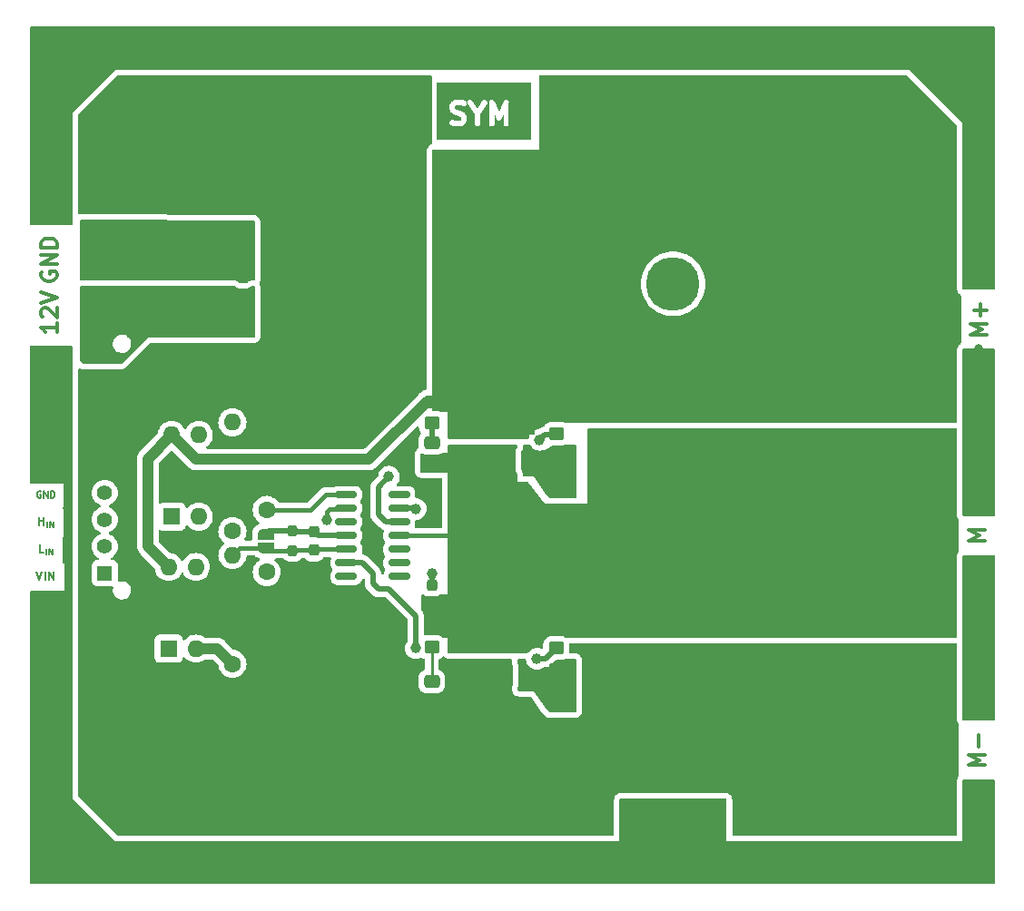
<source format=gbr>
%TF.GenerationSoftware,KiCad,Pcbnew,(7.0.0)*%
%TF.CreationDate,2023-05-03T12:28:25+03:00*%
%TF.ProjectId,MotorDriverDualHalfBridge,4d6f746f-7244-4726-9976-65724475616c,rev?*%
%TF.SameCoordinates,Original*%
%TF.FileFunction,Copper,L1,Top*%
%TF.FilePolarity,Positive*%
%FSLAX46Y46*%
G04 Gerber Fmt 4.6, Leading zero omitted, Abs format (unit mm)*
G04 Created by KiCad (PCBNEW (7.0.0)) date 2023-05-03 12:28:25*
%MOMM*%
%LPD*%
G01*
G04 APERTURE LIST*
G04 Aperture macros list*
%AMRoundRect*
0 Rectangle with rounded corners*
0 $1 Rounding radius*
0 $2 $3 $4 $5 $6 $7 $8 $9 X,Y pos of 4 corners*
0 Add a 4 corners polygon primitive as box body*
4,1,4,$2,$3,$4,$5,$6,$7,$8,$9,$2,$3,0*
0 Add four circle primitives for the rounded corners*
1,1,$1+$1,$2,$3*
1,1,$1+$1,$4,$5*
1,1,$1+$1,$6,$7*
1,1,$1+$1,$8,$9*
0 Add four rect primitives between the rounded corners*
20,1,$1+$1,$2,$3,$4,$5,0*
20,1,$1+$1,$4,$5,$6,$7,0*
20,1,$1+$1,$6,$7,$8,$9,0*
20,1,$1+$1,$8,$9,$2,$3,0*%
%AMFreePoly0*
4,1,19,0.000000,0.744911,0.071157,0.744911,0.207708,0.704816,0.327430,0.627875,0.420627,0.520320,0.479746,0.390866,0.500000,0.250000,0.500000,-0.250000,0.479746,-0.390866,0.420627,-0.520320,0.327430,-0.627875,0.207708,-0.704816,0.071157,-0.744911,0.000000,-0.744911,0.000000,-0.750000,-0.500000,-0.750000,-0.500000,0.750000,0.000000,0.750000,0.000000,0.744911,0.000000,0.744911,
$1*%
%AMFreePoly1*
4,1,19,0.500000,-0.750000,0.000000,-0.750000,0.000000,-0.744911,-0.071157,-0.744911,-0.207708,-0.704816,-0.327430,-0.627875,-0.420627,-0.520320,-0.479746,-0.390866,-0.500000,-0.250000,-0.500000,0.250000,-0.479746,0.390866,-0.420627,0.520320,-0.327430,0.627875,-0.207708,0.704816,-0.071157,0.744911,0.000000,0.744911,0.000000,0.750000,0.500000,0.750000,0.500000,-0.750000,0.500000,-0.750000,
$1*%
G04 Aperture macros list end*
%ADD10C,0.300000*%
%TA.AperFunction,NonConductor*%
%ADD11C,0.300000*%
%TD*%
%ADD12C,0.200000*%
%TA.AperFunction,NonConductor*%
%ADD13C,0.200000*%
%TD*%
%ADD14C,0.500000*%
%ADD15C,0.150000*%
%TA.AperFunction,NonConductor*%
%ADD16C,0.150000*%
%TD*%
%TA.AperFunction,ComponentPad*%
%ADD17C,1.400000*%
%TD*%
%TA.AperFunction,ComponentPad*%
%ADD18R,1.400000X1.400000*%
%TD*%
%TA.AperFunction,ComponentPad*%
%ADD19C,5.000000*%
%TD*%
%TA.AperFunction,SMDPad,CuDef*%
%ADD20RoundRect,0.250000X-0.550000X1.500000X-0.550000X-1.500000X0.550000X-1.500000X0.550000X1.500000X0*%
%TD*%
%TA.AperFunction,ComponentPad*%
%ADD21O,1.600000X1.600000*%
%TD*%
%TA.AperFunction,ComponentPad*%
%ADD22C,1.600000*%
%TD*%
%TA.AperFunction,ComponentPad*%
%ADD23R,1.600000X1.600000*%
%TD*%
%TA.AperFunction,ComponentPad*%
%ADD24C,2.200000*%
%TD*%
%TA.AperFunction,SMDPad,CuDef*%
%ADD25C,1.000000*%
%TD*%
%TA.AperFunction,SMDPad,CuDef*%
%ADD26RoundRect,0.250000X-0.450000X0.350000X-0.450000X-0.350000X0.450000X-0.350000X0.450000X0.350000X0*%
%TD*%
%TA.AperFunction,SMDPad,CuDef*%
%ADD27RoundRect,0.237500X-0.237500X0.300000X-0.237500X-0.300000X0.237500X-0.300000X0.237500X0.300000X0*%
%TD*%
%TA.AperFunction,SMDPad,CuDef*%
%ADD28RoundRect,0.237500X0.237500X-0.300000X0.237500X0.300000X-0.237500X0.300000X-0.237500X-0.300000X0*%
%TD*%
%TA.AperFunction,SMDPad,CuDef*%
%ADD29R,7.100000X5.800000*%
%TD*%
%TA.AperFunction,SMDPad,CuDef*%
%ADD30R,0.800000X1.750000*%
%TD*%
%TA.AperFunction,SMDPad,CuDef*%
%ADD31R,4.700000X1.750000*%
%TD*%
%TA.AperFunction,SMDPad,CuDef*%
%ADD32RoundRect,0.150000X-0.825000X-0.150000X0.825000X-0.150000X0.825000X0.150000X-0.825000X0.150000X0*%
%TD*%
%TA.AperFunction,SMDPad,CuDef*%
%ADD33RoundRect,0.237500X-0.237500X0.250000X-0.237500X-0.250000X0.237500X-0.250000X0.237500X0.250000X0*%
%TD*%
%TA.AperFunction,SMDPad,CuDef*%
%ADD34RoundRect,0.250000X0.550000X-1.500000X0.550000X1.500000X-0.550000X1.500000X-0.550000X-1.500000X0*%
%TD*%
%TA.AperFunction,SMDPad,CuDef*%
%ADD35FreePoly0,90.000000*%
%TD*%
%TA.AperFunction,SMDPad,CuDef*%
%ADD36FreePoly1,90.000000*%
%TD*%
%TA.AperFunction,SMDPad,CuDef*%
%ADD37RoundRect,0.250000X-0.475000X0.337500X-0.475000X-0.337500X0.475000X-0.337500X0.475000X0.337500X0*%
%TD*%
%TA.AperFunction,ViaPad*%
%ADD38C,0.800000*%
%TD*%
%TA.AperFunction,ViaPad*%
%ADD39C,1.200000*%
%TD*%
%TA.AperFunction,ViaPad*%
%ADD40C,1.000000*%
%TD*%
%TA.AperFunction,Conductor*%
%ADD41C,1.000000*%
%TD*%
%TA.AperFunction,Conductor*%
%ADD42C,0.400000*%
%TD*%
%TA.AperFunction,Conductor*%
%ADD43C,0.500000*%
%TD*%
%TA.AperFunction,Conductor*%
%ADD44C,0.250000*%
%TD*%
G04 APERTURE END LIST*
D10*
D11*
X211051071Y-83000000D02*
X209551071Y-83000000D01*
X209551071Y-83000000D02*
X210622500Y-82500000D01*
X210622500Y-82500000D02*
X209551071Y-82000000D01*
X209551071Y-82000000D02*
X211051071Y-82000000D01*
D12*
D13*
X122844762Y-81573904D02*
X122844762Y-80773904D01*
X122844762Y-81154857D02*
X123301905Y-81154857D01*
X123301905Y-81573904D02*
X123301905Y-80773904D01*
X123625714Y-81753333D02*
X123625714Y-81193333D01*
X123892381Y-81753333D02*
X123892381Y-81193333D01*
X123892381Y-81193333D02*
X124212381Y-81753333D01*
X124212381Y-81753333D02*
X124212381Y-81193333D01*
D10*
D11*
X123122500Y-57892856D02*
X123051071Y-58035714D01*
X123051071Y-58035714D02*
X123051071Y-58249999D01*
X123051071Y-58249999D02*
X123122500Y-58464285D01*
X123122500Y-58464285D02*
X123265357Y-58607142D01*
X123265357Y-58607142D02*
X123408214Y-58678571D01*
X123408214Y-58678571D02*
X123693928Y-58749999D01*
X123693928Y-58749999D02*
X123908214Y-58749999D01*
X123908214Y-58749999D02*
X124193928Y-58678571D01*
X124193928Y-58678571D02*
X124336785Y-58607142D01*
X124336785Y-58607142D02*
X124479642Y-58464285D01*
X124479642Y-58464285D02*
X124551071Y-58249999D01*
X124551071Y-58249999D02*
X124551071Y-58107142D01*
X124551071Y-58107142D02*
X124479642Y-57892856D01*
X124479642Y-57892856D02*
X124408214Y-57821428D01*
X124408214Y-57821428D02*
X123908214Y-57821428D01*
X123908214Y-57821428D02*
X123908214Y-58107142D01*
X124551071Y-57178571D02*
X123051071Y-57178571D01*
X123051071Y-57178571D02*
X124551071Y-56321428D01*
X124551071Y-56321428D02*
X123051071Y-56321428D01*
X124551071Y-55607142D02*
X123051071Y-55607142D01*
X123051071Y-55607142D02*
X123051071Y-55249999D01*
X123051071Y-55249999D02*
X123122500Y-55035713D01*
X123122500Y-55035713D02*
X123265357Y-54892856D01*
X123265357Y-54892856D02*
X123408214Y-54821427D01*
X123408214Y-54821427D02*
X123693928Y-54749999D01*
X123693928Y-54749999D02*
X123908214Y-54749999D01*
X123908214Y-54749999D02*
X124193928Y-54821427D01*
X124193928Y-54821427D02*
X124336785Y-54892856D01*
X124336785Y-54892856D02*
X124479642Y-55035713D01*
X124479642Y-55035713D02*
X124551071Y-55249999D01*
X124551071Y-55249999D02*
X124551071Y-55607142D01*
D10*
D11*
X211251071Y-63728571D02*
X209751071Y-63728571D01*
X209751071Y-63728571D02*
X210822500Y-63228571D01*
X210822500Y-63228571D02*
X209751071Y-62728571D01*
X209751071Y-62728571D02*
X211251071Y-62728571D01*
X210679642Y-62014285D02*
X210679642Y-60871428D01*
X211251071Y-61442856D02*
X210108214Y-61442856D01*
D14*
G36*
X168790476Y-45535714D02*
G01*
X159964286Y-45535714D01*
X159964286Y-42473683D01*
X161121904Y-42473683D01*
X161130952Y-42495499D01*
X161130952Y-42622733D01*
X161124517Y-42682336D01*
X161147365Y-42728033D01*
X161161760Y-42777056D01*
X161179610Y-42792523D01*
X161238565Y-42910434D01*
X161247507Y-42951536D01*
X161296215Y-43000244D01*
X161343136Y-43050686D01*
X161347866Y-43051895D01*
X161372486Y-43076515D01*
X161393967Y-43112682D01*
X161455587Y-43143492D01*
X161516043Y-43176504D01*
X161520913Y-43176155D01*
X161610273Y-43220835D01*
X161630055Y-43241874D01*
X161674644Y-43253021D01*
X161682250Y-43256824D01*
X161709393Y-43261708D01*
X162055599Y-43348259D01*
X162185243Y-43413082D01*
X162223107Y-43450946D01*
X162273809Y-43552350D01*
X162273809Y-43624792D01*
X162223107Y-43726195D01*
X162185244Y-43764058D01*
X162083840Y-43814761D01*
X161707234Y-43814761D01*
X161425909Y-43720986D01*
X161316629Y-43717033D01*
X161190334Y-43791891D01*
X161124559Y-43923145D01*
X161140186Y-44069124D01*
X161232255Y-44183480D01*
X161557871Y-44292018D01*
X161593259Y-44314761D01*
X161662153Y-44314761D01*
X161730989Y-44317251D01*
X161735190Y-44314761D01*
X162129400Y-44314761D01*
X162189003Y-44321196D01*
X162234700Y-44298347D01*
X162283723Y-44283953D01*
X162299190Y-44266102D01*
X162417101Y-44207147D01*
X162458203Y-44198206D01*
X162506911Y-44149497D01*
X162557353Y-44102577D01*
X162558562Y-44097846D01*
X162583182Y-44073226D01*
X162619349Y-44051746D01*
X162650159Y-43990125D01*
X162683171Y-43929670D01*
X162682822Y-43924799D01*
X162741398Y-43807647D01*
X162773809Y-43757216D01*
X162773809Y-43706126D01*
X162782858Y-43655840D01*
X162773809Y-43634022D01*
X162773809Y-43506796D01*
X162780245Y-43447187D01*
X162757394Y-43401485D01*
X162743001Y-43352467D01*
X162725151Y-43337000D01*
X162666195Y-43219088D01*
X162657254Y-43177987D01*
X162608545Y-43129278D01*
X162561625Y-43078837D01*
X162556894Y-43077627D01*
X162532273Y-43053006D01*
X162510794Y-43016842D01*
X162449180Y-42986034D01*
X162388718Y-42953020D01*
X162383848Y-42953368D01*
X162294489Y-42908688D01*
X162274706Y-42887648D01*
X162230114Y-42876500D01*
X162222512Y-42872699D01*
X162195375Y-42867815D01*
X161849161Y-42781262D01*
X161719517Y-42716440D01*
X161681654Y-42678577D01*
X161630952Y-42577173D01*
X161630952Y-42504731D01*
X161681654Y-42403326D01*
X161719517Y-42365463D01*
X161820922Y-42314761D01*
X162197525Y-42314761D01*
X162478850Y-42408537D01*
X162588131Y-42412490D01*
X162714426Y-42337633D01*
X162780202Y-42206378D01*
X162772780Y-42137049D01*
X162844912Y-42137049D01*
X163511904Y-43185180D01*
X163511904Y-44100705D01*
X163542712Y-44205627D01*
X163653666Y-44301769D01*
X163798985Y-44322663D01*
X163932531Y-44261675D01*
X164011904Y-44138168D01*
X164011904Y-43185181D01*
X164658784Y-42168655D01*
X164677466Y-42103962D01*
X164837649Y-42103962D01*
X164845238Y-42120224D01*
X164845238Y-44100705D01*
X164876046Y-44205627D01*
X164987000Y-44301769D01*
X165132319Y-44322663D01*
X165265865Y-44261675D01*
X165345238Y-44138168D01*
X165345238Y-43191652D01*
X165534498Y-43597209D01*
X165563594Y-43662333D01*
X165596694Y-43683992D01*
X165622847Y-43713677D01*
X165656855Y-43723359D01*
X165686444Y-43742721D01*
X165726004Y-43743046D01*
X165764049Y-43753878D01*
X165797891Y-43743638D01*
X165833252Y-43743929D01*
X165866706Y-43722815D01*
X165904570Y-43711359D01*
X165927506Y-43684444D01*
X165957408Y-43665574D01*
X165974135Y-43629730D01*
X165999797Y-43599618D01*
X166004541Y-43564573D01*
X166178571Y-43191653D01*
X166178571Y-44100705D01*
X166209379Y-44205627D01*
X166320333Y-44301769D01*
X166465652Y-44322663D01*
X166599198Y-44261675D01*
X166678571Y-44138168D01*
X166678571Y-42083674D01*
X166686769Y-42029804D01*
X166663698Y-41978166D01*
X166647763Y-41923895D01*
X166634201Y-41912143D01*
X166626882Y-41895761D01*
X166579554Y-41864792D01*
X166536809Y-41827753D01*
X166519047Y-41825199D01*
X166504032Y-41815374D01*
X166447472Y-41814908D01*
X166391490Y-41806859D01*
X166375168Y-41814312D01*
X166357224Y-41814165D01*
X166309393Y-41844351D01*
X166257944Y-41867847D01*
X166248241Y-41882943D01*
X166233068Y-41892520D01*
X166209151Y-41943769D01*
X166178571Y-41991354D01*
X166178571Y-42009299D01*
X165761905Y-42902155D01*
X165329781Y-41976176D01*
X165314430Y-41923895D01*
X165271687Y-41886858D01*
X165234296Y-41844417D01*
X165217036Y-41839503D01*
X165203476Y-41827753D01*
X165147493Y-41819703D01*
X165093094Y-41804216D01*
X165075919Y-41809412D01*
X165058157Y-41806859D01*
X165006704Y-41830356D01*
X164952573Y-41846736D01*
X164940935Y-41860391D01*
X164924611Y-41867847D01*
X164894029Y-41915432D01*
X164857347Y-41958477D01*
X164854939Y-41976258D01*
X164845238Y-41991354D01*
X164845238Y-42047911D01*
X164837649Y-42103962D01*
X164677466Y-42103962D01*
X164689122Y-42063597D01*
X164647131Y-41922917D01*
X164535749Y-41827271D01*
X164390338Y-41807027D01*
X164257066Y-41868611D01*
X163761904Y-42646722D01*
X163286856Y-41900218D01*
X163204534Y-41828239D01*
X163059311Y-41806696D01*
X162925493Y-41867087D01*
X162845568Y-41990238D01*
X162844912Y-42137049D01*
X162772780Y-42137049D01*
X162764575Y-42060399D01*
X162672506Y-41946043D01*
X162346889Y-41837502D01*
X162311502Y-41814761D01*
X162242609Y-41814761D01*
X162173773Y-41812271D01*
X162169572Y-41814761D01*
X161775360Y-41814761D01*
X161715757Y-41808326D01*
X161670059Y-41831175D01*
X161621038Y-41845569D01*
X161605570Y-41863419D01*
X161487657Y-41922376D01*
X161446558Y-41931317D01*
X161397857Y-41980017D01*
X161347407Y-42026947D01*
X161346197Y-42031677D01*
X161321578Y-42056296D01*
X161285412Y-42077777D01*
X161254600Y-42139400D01*
X161221591Y-42199853D01*
X161221939Y-42204722D01*
X161163366Y-42321869D01*
X161130952Y-42372307D01*
X161130952Y-42423403D01*
X161121904Y-42473683D01*
X159964286Y-42473683D01*
X159964286Y-40214286D01*
X168790476Y-40214286D01*
X168790476Y-45535714D01*
G37*
D10*
D11*
X211051071Y-103928571D02*
X209551071Y-103928571D01*
X209551071Y-103928571D02*
X210622500Y-103428571D01*
X210622500Y-103428571D02*
X209551071Y-102928571D01*
X209551071Y-102928571D02*
X211051071Y-102928571D01*
X210479642Y-102214285D02*
X210479642Y-101071428D01*
D10*
D11*
X124551071Y-62678570D02*
X124551071Y-63535713D01*
X124551071Y-63107142D02*
X123051071Y-63107142D01*
X123051071Y-63107142D02*
X123265357Y-63249999D01*
X123265357Y-63249999D02*
X123408214Y-63392856D01*
X123408214Y-63392856D02*
X123479642Y-63535713D01*
X123193928Y-62107142D02*
X123122500Y-62035714D01*
X123122500Y-62035714D02*
X123051071Y-61892857D01*
X123051071Y-61892857D02*
X123051071Y-61535714D01*
X123051071Y-61535714D02*
X123122500Y-61392857D01*
X123122500Y-61392857D02*
X123193928Y-61321428D01*
X123193928Y-61321428D02*
X123336785Y-61249999D01*
X123336785Y-61249999D02*
X123479642Y-61249999D01*
X123479642Y-61249999D02*
X123693928Y-61321428D01*
X123693928Y-61321428D02*
X124551071Y-62178571D01*
X124551071Y-62178571D02*
X124551071Y-61249999D01*
X123051071Y-60821428D02*
X124551071Y-60321428D01*
X124551071Y-60321428D02*
X123051071Y-59821428D01*
D12*
D13*
X123320952Y-84113904D02*
X122940000Y-84113904D01*
X122940000Y-84113904D02*
X122940000Y-83313904D01*
X123530476Y-84293333D02*
X123530476Y-83733333D01*
X123797143Y-84293333D02*
X123797143Y-83733333D01*
X123797143Y-83733333D02*
X124117143Y-84293333D01*
X124117143Y-84293333D02*
X124117143Y-83733333D01*
D15*
D16*
X123042857Y-78389000D02*
X122985715Y-78360428D01*
X122985715Y-78360428D02*
X122900000Y-78360428D01*
X122900000Y-78360428D02*
X122814286Y-78389000D01*
X122814286Y-78389000D02*
X122757143Y-78446142D01*
X122757143Y-78446142D02*
X122728572Y-78503285D01*
X122728572Y-78503285D02*
X122700000Y-78617571D01*
X122700000Y-78617571D02*
X122700000Y-78703285D01*
X122700000Y-78703285D02*
X122728572Y-78817571D01*
X122728572Y-78817571D02*
X122757143Y-78874714D01*
X122757143Y-78874714D02*
X122814286Y-78931857D01*
X122814286Y-78931857D02*
X122900000Y-78960428D01*
X122900000Y-78960428D02*
X122957143Y-78960428D01*
X122957143Y-78960428D02*
X123042857Y-78931857D01*
X123042857Y-78931857D02*
X123071429Y-78903285D01*
X123071429Y-78903285D02*
X123071429Y-78703285D01*
X123071429Y-78703285D02*
X122957143Y-78703285D01*
X123328572Y-78960428D02*
X123328572Y-78360428D01*
X123328572Y-78360428D02*
X123671429Y-78960428D01*
X123671429Y-78960428D02*
X123671429Y-78360428D01*
X123957143Y-78960428D02*
X123957143Y-78360428D01*
X123957143Y-78360428D02*
X124100000Y-78360428D01*
X124100000Y-78360428D02*
X124185714Y-78389000D01*
X124185714Y-78389000D02*
X124242857Y-78446142D01*
X124242857Y-78446142D02*
X124271428Y-78503285D01*
X124271428Y-78503285D02*
X124300000Y-78617571D01*
X124300000Y-78617571D02*
X124300000Y-78703285D01*
X124300000Y-78703285D02*
X124271428Y-78817571D01*
X124271428Y-78817571D02*
X124242857Y-78874714D01*
X124242857Y-78874714D02*
X124185714Y-78931857D01*
X124185714Y-78931857D02*
X124100000Y-78960428D01*
X124100000Y-78960428D02*
X123957143Y-78960428D01*
D12*
D13*
X122623810Y-85853904D02*
X122890477Y-86653904D01*
X122890477Y-86653904D02*
X123157143Y-85853904D01*
X123423810Y-86653904D02*
X123423810Y-85853904D01*
X123804762Y-86653904D02*
X123804762Y-85853904D01*
X123804762Y-85853904D02*
X124261905Y-86653904D01*
X124261905Y-86653904D02*
X124261905Y-85853904D01*
D17*
%TO.P,J6,4,Pin_4*%
%TO.N,GND*%
X129000000Y-55500000D03*
%TO.P,J6,3,Pin_3*%
X129000000Y-58000000D03*
%TO.P,J6,2,Pin_2*%
%TO.N,+12V*%
X129000000Y-60500000D03*
D18*
%TO.P,J6,1,Pin_1*%
X128999999Y-62999999D03*
%TD*%
D17*
%TO.P,J7,4,Pin_4*%
%TO.N,GND*%
X129000000Y-78500000D03*
%TO.P,J7,3,Pin_3*%
%TO.N,H_{IN}*%
X129000000Y-81000000D03*
%TO.P,J7,2,Pin_2*%
%TO.N,L_{IN}*%
X129000000Y-83500000D03*
D18*
%TO.P,J7,1,Pin_1*%
%TO.N,+12V*%
X128999999Y-85999999D03*
%TD*%
D19*
%TO.P,H4,1,1*%
%TO.N,Earth_Clean*%
X182000000Y-111000000D03*
%TD*%
D20*
%TO.P,C16,2*%
%TO.N,/LOAD*%
X192050000Y-75000000D03*
%TO.P,C16,1*%
%TO.N,+BATT*%
X192050000Y-69600000D03*
%TD*%
%TO.P,C7,2*%
%TO.N,GNDPWR*%
X183900000Y-94900000D03*
%TO.P,C7,1*%
%TO.N,/LOAD*%
X183900000Y-89500000D03*
%TD*%
D21*
%TO.P,R8,2*%
%TO.N,GND*%
X140899999Y-84299999D03*
D22*
%TO.P,R8,1*%
%TO.N,Net-(R8-Pad1)*%
X140900000Y-94460000D03*
%TD*%
D21*
%TO.P,U3,4*%
%TO.N,+BATT*%
X134959999Y-85419999D03*
%TO.P,U3,3*%
%TO.N,L_{IN}_{_ISO}*%
X137499999Y-85419999D03*
%TO.P,U3,2*%
%TO.N,Net-(R8-Pad1)*%
X137499999Y-93039999D03*
D23*
%TO.P,U3,1*%
%TO.N,L_{IN}*%
X134959999Y-93039999D03*
%TD*%
D24*
%TO.P,J1,16,Pin_1*%
%TO.N,/LOAD*%
X205820000Y-78680000D03*
%TO.P,J1,15,Pin_1*%
X203280000Y-78680000D03*
%TO.P,J1,14,e*%
X200740000Y-78680000D03*
%TO.P,J1,13*%
X198200000Y-78680000D03*
%TO.P,J1,12*%
X205820000Y-81220000D03*
%TO.P,J1,11,11*%
X203280000Y-81220000D03*
%TO.P,J1,10,e*%
X200740000Y-81220000D03*
%TO.P,J1,9*%
X198200000Y-81220000D03*
%TO.P,J1,8*%
X205820000Y-83760000D03*
%TO.P,J1,7*%
X203280000Y-83760000D03*
%TO.P,J1,6,e*%
X200740000Y-83760000D03*
%TO.P,J1,5*%
X198200000Y-83760000D03*
%TO.P,J1,4*%
X205820000Y-86300000D03*
%TO.P,J1,3*%
X203280000Y-86300000D03*
%TO.P,J1,2*%
X200740000Y-86300000D03*
%TO.P,J1,1,Pin_1*%
X198200000Y-86300000D03*
%TD*%
D25*
%TO.P,TP2,1,1*%
%TO.N,/V_{GL}*%
X171500000Y-97500000D03*
%TD*%
D21*
%TO.P,R6,2*%
%TO.N,GNDPWR*%
X144099999Y-69939999D03*
D22*
%TO.P,R6,1*%
%TO.N,H_{IN}_{_ISO}*%
X144100000Y-80100000D03*
%TD*%
D25*
%TO.P,TP3,1,1*%
%TO.N,/LOAD*%
X165500000Y-82000000D03*
%TD*%
D26*
%TO.P,R4,2*%
%TO.N,Net-(C4-Pad1)*%
X159500000Y-72000000D03*
%TO.P,R4,1*%
%TO.N,+BATT*%
X159500000Y-70000000D03*
%TD*%
%TO.P,R3,2*%
%TO.N,/V_{GL}*%
X171100000Y-95000000D03*
%TO.P,R3,1*%
%TO.N,Net-(U1-LO)*%
X171100000Y-93000000D03*
%TD*%
%TO.P,R2,2*%
%TO.N,/V_{GH}*%
X171100000Y-75000000D03*
%TO.P,R2,1*%
%TO.N,Net-(U1-HO)*%
X171100000Y-73000000D03*
%TD*%
D27*
%TO.P,C2,2*%
%TO.N,GND*%
X148500000Y-83862500D03*
%TO.P,C2,1*%
%TO.N,Net-(JP1-B)*%
X148500000Y-82137500D03*
%TD*%
D24*
%TO.P,J4,16,Pin_1*%
%TO.N,+BATT*%
X189820000Y-42680000D03*
%TO.P,J4,15,Pin_1*%
X187280000Y-42680000D03*
%TO.P,J4,14,e*%
X184740000Y-42680000D03*
%TO.P,J4,13*%
X182200000Y-42680000D03*
%TO.P,J4,12*%
X189820000Y-45220000D03*
%TO.P,J4,11,11*%
X187280000Y-45220000D03*
%TO.P,J4,10,e*%
X184740000Y-45220000D03*
%TO.P,J4,9*%
X182200000Y-45220000D03*
%TO.P,J4,8*%
X189820000Y-47760000D03*
%TO.P,J4,7*%
X187280000Y-47760000D03*
%TO.P,J4,6,e*%
X184740000Y-47760000D03*
%TO.P,J4,5*%
X182200000Y-47760000D03*
%TO.P,J4,4*%
X189820000Y-50300000D03*
%TO.P,J4,3*%
X187280000Y-50300000D03*
%TO.P,J4,2*%
X184740000Y-50300000D03*
%TO.P,J4,1,Pin_1*%
X182200000Y-50300000D03*
%TD*%
D25*
%TO.P,TP1,1,1*%
%TO.N,/V_{GH}*%
X171500000Y-77500000D03*
%TD*%
D28*
%TO.P,C1,2*%
%TO.N,GND*%
X141900000Y-58387500D03*
%TO.P,C1,1*%
%TO.N,+12V*%
X141900000Y-60112500D03*
%TD*%
D29*
%TO.P,Q2,6,D*%
%TO.N,/LOAD*%
X165499999Y-90173999D03*
D30*
%TO.P,Q2,5,G*%
%TO.N,/V_{GL}*%
X168249999Y-95499999D03*
D31*
%TO.P,Q2,1,S*%
%TO.N,GNDPWR*%
X164699999Y-95499999D03*
%TD*%
D24*
%TO.P,J5,16,Pin_1*%
%TO.N,GNDPWR*%
X149820000Y-42680000D03*
%TO.P,J5,15,Pin_1*%
X147280000Y-42680000D03*
%TO.P,J5,14,e*%
X144740000Y-42680000D03*
%TO.P,J5,13*%
X142200000Y-42680000D03*
%TO.P,J5,12*%
X149820000Y-45220000D03*
%TO.P,J5,11,11*%
X147280000Y-45220000D03*
%TO.P,J5,10,e*%
X144740000Y-45220000D03*
%TO.P,J5,9*%
X142200000Y-45220000D03*
%TO.P,J5,8*%
X149820000Y-47760000D03*
%TO.P,J5,7*%
X147280000Y-47760000D03*
%TO.P,J5,6,e*%
X144740000Y-47760000D03*
%TO.P,J5,5*%
X142200000Y-47760000D03*
%TO.P,J5,4*%
X149820000Y-50300000D03*
%TO.P,J5,3*%
X147280000Y-50300000D03*
%TO.P,J5,2*%
X144740000Y-50300000D03*
%TO.P,J5,1,Pin_1*%
X142200000Y-50300000D03*
%TD*%
%TO.P,J3,16,Pin_1*%
%TO.N,+BATT*%
X205820000Y-58680000D03*
%TO.P,J3,15,Pin_1*%
X203280000Y-58680000D03*
%TO.P,J3,14,e*%
X200740000Y-58680000D03*
%TO.P,J3,13*%
X198200000Y-58680000D03*
%TO.P,J3,12*%
X205820000Y-61220000D03*
%TO.P,J3,11,11*%
X203280000Y-61220000D03*
%TO.P,J3,10,e*%
X200740000Y-61220000D03*
%TO.P,J3,9*%
X198200000Y-61220000D03*
%TO.P,J3,8*%
X205820000Y-63760000D03*
%TO.P,J3,7*%
X203280000Y-63760000D03*
%TO.P,J3,6,e*%
X200740000Y-63760000D03*
%TO.P,J3,5*%
X198200000Y-63760000D03*
%TO.P,J3,4*%
X205820000Y-66300000D03*
%TO.P,J3,3*%
X203280000Y-66300000D03*
%TO.P,J3,2*%
X200740000Y-66300000D03*
%TO.P,J3,1,Pin_1*%
X198200000Y-66300000D03*
%TD*%
D20*
%TO.P,C18,2*%
%TO.N,/LOAD*%
X175750000Y-75000000D03*
%TO.P,C18,1*%
%TO.N,+BATT*%
X175750000Y-69600000D03*
%TD*%
D29*
%TO.P,Q1,6,D*%
%TO.N,+BATT*%
X165499999Y-70173999D03*
D30*
%TO.P,Q1,5,G*%
%TO.N,/V_{GH}*%
X168249999Y-75499999D03*
D31*
%TO.P,Q1,1,S*%
%TO.N,/LOAD*%
X164699999Y-75499999D03*
%TD*%
D32*
%TO.P,U1,14,N.C.*%
%TO.N,unconnected-(U1-N.C.-Pad14)*%
X156475000Y-78690000D03*
%TO.P,U1,13,V_{B}*%
%TO.N,Net-(U1-V_{B})*%
X156475000Y-79960000D03*
%TO.P,U1,12,HO*%
%TO.N,Net-(U1-HO)*%
X156475000Y-81230000D03*
%TO.P,U1,11,V_{S}*%
%TO.N,/LOAD*%
X156475000Y-82500000D03*
%TO.P,U1,10,N.C.*%
%TO.N,unconnected-(U1-N.C.-Pad10)*%
X156475000Y-83770000D03*
%TO.P,U1,9,N.C.*%
%TO.N,unconnected-(U1-N.C.-Pad9)*%
X156475000Y-85040000D03*
%TO.P,U1,8*%
%TO.N,N/C*%
X156475000Y-86310000D03*
%TO.P,U1,7,VCC*%
%TO.N,+12V*%
X151525000Y-86310000D03*
%TO.P,U1,6,LO*%
%TO.N,Net-(U1-LO)*%
X151525000Y-85040000D03*
%TO.P,U1,5,COM*%
%TO.N,GND*%
X151525000Y-83770000D03*
%TO.P,U1,4,DT*%
%TO.N,Net-(JP1-B)*%
X151525000Y-82500000D03*
%TO.P,U1,3*%
%TO.N,N/C*%
X151525000Y-81230000D03*
%TO.P,U1,2,LIN*%
%TO.N,L_{IN}_{_ISO}*%
X151525000Y-79960000D03*
%TO.P,U1,1,HIN*%
%TO.N,H_{IN}_{_ISO}*%
X151525000Y-78690000D03*
%TD*%
D19*
%TO.P,H3,1,1*%
%TO.N,Earth_Clean*%
X126000000Y-111000000D03*
%TD*%
%TO.P,H1,1,1*%
%TO.N,Earth_Clean*%
X126000000Y-39000000D03*
%TD*%
D33*
%TO.P,R1,2*%
%TO.N,GND*%
X146500000Y-83912500D03*
%TO.P,R1,1*%
%TO.N,Net-(JP1-B)*%
X146500000Y-82087500D03*
%TD*%
D21*
%TO.P,R7,2*%
%TO.N,GND*%
X140899999Y-71919999D03*
D22*
%TO.P,R7,1*%
%TO.N,Net-(R7-Pad1)*%
X140900000Y-82080000D03*
%TD*%
D21*
%TO.P,R9,2*%
%TO.N,GNDPWR*%
X144099999Y-96059999D03*
D22*
%TO.P,R9,1*%
%TO.N,L_{IN}_{_ISO}*%
X144100000Y-85900000D03*
%TD*%
D24*
%TO.P,J2,16,Pin_1*%
%TO.N,GNDPWR*%
X205820000Y-98680000D03*
%TO.P,J2,15,Pin_1*%
X203280000Y-98680000D03*
%TO.P,J2,14,e*%
X200740000Y-98680000D03*
%TO.P,J2,13*%
X198200000Y-98680000D03*
%TO.P,J2,12*%
X205820000Y-101220000D03*
%TO.P,J2,11,11*%
X203280000Y-101220000D03*
%TO.P,J2,10,e*%
X200740000Y-101220000D03*
%TO.P,J2,9*%
X198200000Y-101220000D03*
%TO.P,J2,8*%
X205820000Y-103760000D03*
%TO.P,J2,7*%
X203280000Y-103760000D03*
%TO.P,J2,6,e*%
X200740000Y-103760000D03*
%TO.P,J2,5*%
X198200000Y-103760000D03*
%TO.P,J2,4*%
X205820000Y-106300000D03*
%TO.P,J2,3*%
X203280000Y-106300000D03*
%TO.P,J2,2*%
X200740000Y-106300000D03*
%TO.P,J2,1,Pin_1*%
X198200000Y-106300000D03*
%TD*%
D20*
%TO.P,C17,2*%
%TO.N,/LOAD*%
X183900000Y-75000000D03*
%TO.P,C17,1*%
%TO.N,+BATT*%
X183900000Y-69600000D03*
%TD*%
D34*
%TO.P,C20,2*%
%TO.N,GND*%
X137400000Y-56550000D03*
%TO.P,C20,1*%
%TO.N,+12V*%
X137400000Y-61950000D03*
%TD*%
D20*
%TO.P,C8,2*%
%TO.N,GNDPWR*%
X175750000Y-94900000D03*
%TO.P,C8,1*%
%TO.N,/LOAD*%
X175750000Y-89500000D03*
%TD*%
D19*
%TO.P,H2,1,1*%
%TO.N,Earth_Clean*%
X208000000Y-39000000D03*
%TD*%
%TO.P,H5,1,1*%
%TO.N,Earth_Clean*%
X182000000Y-59000000D03*
%TD*%
D35*
%TO.P,JP1,2,B*%
%TO.N,Net-(JP1-B)*%
X144000000Y-82350000D03*
D36*
%TO.P,JP1,1,A*%
%TO.N,GND*%
X144000000Y-83650000D03*
%TD*%
D20*
%TO.P,Ce1,2*%
%TO.N,GNDPWR*%
X192100000Y-94900000D03*
%TO.P,Ce1,1*%
%TO.N,/LOAD*%
X192100000Y-89500000D03*
%TD*%
D27*
%TO.P,C3,2*%
%TO.N,/LOAD*%
X159500000Y-88862500D03*
%TO.P,C3,1*%
%TO.N,Net-(U1-V_{B})*%
X159500000Y-87137500D03*
%TD*%
D21*
%TO.P,U2,4*%
%TO.N,+BATT*%
X135224999Y-73099999D03*
%TO.P,U2,3*%
%TO.N,H_{IN}_{_ISO}*%
X137764999Y-73099999D03*
%TO.P,U2,2*%
%TO.N,Net-(R7-Pad1)*%
X137764999Y-80719999D03*
D23*
%TO.P,U2,1*%
%TO.N,H_{IN}*%
X135224999Y-80719999D03*
%TD*%
D37*
%TO.P,C4,2*%
%TO.N,/LOAD*%
X159500000Y-75937500D03*
%TO.P,C4,1*%
%TO.N,Net-(C4-Pad1)*%
X159500000Y-73862500D03*
%TD*%
%TO.P,C5,2*%
%TO.N,GNDPWR*%
X159500000Y-98175000D03*
%TO.P,C5,1*%
%TO.N,Net-(C5-Pad1)*%
X159500000Y-96100000D03*
%TD*%
D26*
%TO.P,R5,2*%
%TO.N,Net-(C5-Pad1)*%
X159500000Y-92912500D03*
%TO.P,R5,1*%
%TO.N,/LOAD*%
X159500000Y-90912500D03*
%TD*%
D38*
%TO.N,GNDPWR*%
X195066526Y-104950000D03*
X195066526Y-97950000D03*
X188066526Y-104950000D03*
X188066526Y-97950000D03*
X181066526Y-104950000D03*
X181066526Y-97950000D03*
X174066526Y-104950000D03*
X174066526Y-97950000D03*
X167066526Y-104950000D03*
X167066526Y-97950000D03*
X160066526Y-104950000D03*
X153066526Y-104950000D03*
X153066526Y-97950000D03*
X153066526Y-90950000D03*
X153066526Y-76950000D03*
X153066526Y-69950000D03*
X153066526Y-62950000D03*
X153066526Y-55950000D03*
X153066526Y-48950000D03*
X153066526Y-41950000D03*
X146066526Y-104950000D03*
X146066526Y-97950000D03*
X146066526Y-90950000D03*
X146066526Y-76950000D03*
X146066526Y-69950000D03*
X146066526Y-62950000D03*
X146066526Y-55950000D03*
X139066526Y-104950000D03*
X139066526Y-97950000D03*
X139066526Y-90950000D03*
X139066526Y-69950000D03*
X139066526Y-48950000D03*
X139066526Y-41950000D03*
X132066526Y-104950000D03*
X132066526Y-97950000D03*
X132066526Y-90950000D03*
X132066526Y-48950000D03*
X132066526Y-41950000D03*
%TO.N,+BATT*%
X208066526Y-59950000D03*
X203066526Y-49950000D03*
X198066526Y-69950000D03*
X193066526Y-59950000D03*
X193066526Y-44950000D03*
X183066526Y-64950000D03*
X178066526Y-54950000D03*
X173066526Y-69950000D03*
X173066526Y-44950000D03*
X163066526Y-64950000D03*
X163066526Y-49950000D03*
%TO.N,/LOAD*%
X204426526Y-90830000D03*
X204426526Y-73050000D03*
X199346526Y-88290000D03*
X199346526Y-75590000D03*
X194266526Y-90830000D03*
X194266526Y-73050000D03*
X191726526Y-85750000D03*
X191726526Y-78130000D03*
X186646526Y-90830000D03*
X186646526Y-83210000D03*
X186646526Y-73050000D03*
X184106526Y-78130000D03*
X181566526Y-88290000D03*
X179026526Y-83210000D03*
X179026526Y-73050000D03*
X176486526Y-78130000D03*
X173946526Y-90830000D03*
X171406526Y-85750000D03*
X168866526Y-80670000D03*
X163786526Y-85750000D03*
X163786526Y-78130000D03*
D39*
%TO.N,+12V*%
X131000000Y-62300000D03*
%TO.N,Earth_Clean*%
X210500000Y-106400000D03*
X210500000Y-98600000D03*
X210500000Y-85600000D03*
X210500000Y-79400000D03*
X124900000Y-52500000D03*
X122900000Y-52500000D03*
X124800000Y-76800000D03*
X122800000Y-76800000D03*
X122800000Y-76800000D03*
X124800000Y-88500000D03*
X124800000Y-88500000D03*
X122900000Y-88500000D03*
D40*
%TO.N,Net-(U1-V_{B})*%
X158000000Y-80000000D03*
X159500000Y-86000000D03*
%TO.N,Net-(U1-HO)*%
X155500000Y-77000000D03*
X169557983Y-73554891D03*
%TO.N,Net-(U1-LO)*%
X158000000Y-93000000D03*
X169300000Y-94000000D03*
%TO.N,L_{IN}_{_ISO}*%
X149700000Y-81000000D03*
D39*
%TO.N,Earth_Clean*%
X123000000Y-65500000D03*
X124500000Y-65500000D03*
D38*
X210500000Y-65000000D03*
X210500000Y-58500000D03*
%TD*%
D41*
%TO.N,+12V*%
X137400000Y-61950000D02*
X140062500Y-61950000D01*
X140062500Y-61950000D02*
X141900000Y-60112500D01*
X131000000Y-62300000D02*
X137050000Y-62300000D01*
X137050000Y-62300000D02*
X137400000Y-61950000D01*
D42*
%TO.N,GND*%
X148592500Y-83770000D02*
X148500000Y-83862500D01*
X144262500Y-83912500D02*
X146500000Y-83912500D01*
X144000000Y-83650000D02*
X141550000Y-83650000D01*
X151525000Y-83770000D02*
X148592500Y-83770000D01*
X144000000Y-83650000D02*
X144262500Y-83912500D01*
X141550000Y-83650000D02*
X140900000Y-84300000D01*
X148500000Y-83862500D02*
X146550000Y-83862500D01*
X146550000Y-83862500D02*
X146500000Y-83912500D01*
%TO.N,/LOAD*%
X164000000Y-82500000D02*
X164500000Y-82000000D01*
X156475000Y-82500000D02*
X164000000Y-82500000D01*
X164500000Y-82000000D02*
X165500000Y-82000000D01*
D41*
%TO.N,+BATT*%
X153600000Y-75400000D02*
X159000000Y-70000000D01*
X165326000Y-70000000D02*
X165500000Y-70174000D01*
X133000000Y-75325000D02*
X135225000Y-73100000D01*
X135225000Y-73100000D02*
X137525000Y-75400000D01*
X159000000Y-70000000D02*
X165326000Y-70000000D01*
X134960000Y-85420000D02*
X133000000Y-83460000D01*
X133000000Y-83460000D02*
X133000000Y-75325000D01*
X137525000Y-75400000D02*
X153600000Y-75400000D01*
D43*
%TO.N,Net-(JP1-B)*%
X146550000Y-82137500D02*
X146500000Y-82087500D01*
X146500000Y-82087500D02*
X144262500Y-82087500D01*
X148500000Y-82137500D02*
X146550000Y-82137500D01*
X144262500Y-82087500D02*
X144000000Y-82350000D01*
X148862500Y-82500000D02*
X148500000Y-82137500D01*
X151525000Y-82500000D02*
X148862500Y-82500000D01*
%TO.N,Net-(U1-V_{B})*%
X156475000Y-79960000D02*
X157960000Y-79960000D01*
X157960000Y-79960000D02*
X158000000Y-80000000D01*
X159500000Y-86000000D02*
X159500000Y-87137500D01*
%TO.N,Net-(C4-Pad1)*%
X159500000Y-72000000D02*
X159500000Y-73862500D01*
D44*
%TO.N,Net-(C5-Pad1)*%
X159500000Y-92825000D02*
X159500000Y-96275000D01*
D43*
%TO.N,Net-(U1-HO)*%
X170025374Y-73087500D02*
X171000000Y-73087500D01*
X155000000Y-81000000D02*
X154500000Y-80500000D01*
X154500000Y-78000000D02*
X155500000Y-77000000D01*
X156475000Y-81230000D02*
X155230000Y-81230000D01*
X169557983Y-73554891D02*
X170025374Y-73087500D01*
X154500000Y-79000000D02*
X154500000Y-78000000D01*
X154500000Y-80500000D02*
X154500000Y-79000000D01*
X155230000Y-81230000D02*
X155000000Y-81000000D01*
%TO.N,Net-(U1-LO)*%
X158000000Y-90000000D02*
X158000000Y-93000000D01*
X151525000Y-85040000D02*
X153040000Y-85040000D01*
X154000000Y-86000000D02*
X154000000Y-87000000D01*
X154000000Y-87000000D02*
X154500000Y-87500000D01*
X154500000Y-87500000D02*
X155500000Y-87500000D01*
X155500000Y-87500000D02*
X158000000Y-90000000D01*
X169300000Y-94000000D02*
X170100000Y-94000000D01*
X153040000Y-85040000D02*
X154000000Y-86000000D01*
X170100000Y-94000000D02*
X171100000Y-93000000D01*
D42*
%TO.N,H_{IN}_{_ISO}*%
X148200000Y-80100000D02*
X144100000Y-80100000D01*
X149610000Y-78690000D02*
X148200000Y-80100000D01*
X151525000Y-78690000D02*
X149610000Y-78690000D01*
%TO.N,L_{IN}_{_ISO}*%
X151485000Y-80000000D02*
X151525000Y-79960000D01*
X149700000Y-80300000D02*
X150000000Y-80000000D01*
X149700000Y-81000000D02*
X149700000Y-80300000D01*
X150000000Y-80000000D02*
X151485000Y-80000000D01*
D41*
%TO.N,Net-(R8-Pad1)*%
X137500000Y-93040000D02*
X139480000Y-93040000D01*
X139480000Y-93040000D02*
X140900000Y-94460000D01*
%TD*%
%TA.AperFunction,Conductor*%
%TO.N,/V_{GH}*%
G36*
X168641797Y-74017641D02*
G01*
X168687406Y-74065545D01*
X168715388Y-74117895D01*
X168841415Y-74271459D01*
X168994979Y-74397486D01*
X169170179Y-74491132D01*
X169360282Y-74548799D01*
X169557983Y-74568271D01*
X169755684Y-74548799D01*
X169761516Y-74547029D01*
X169761520Y-74547029D01*
X169874169Y-74512857D01*
X169927421Y-74496702D01*
X169989512Y-74494756D01*
X170000000Y-74500000D01*
X170756821Y-74121589D01*
X170812269Y-74108499D01*
X171600544Y-74108499D01*
X171704426Y-74097887D01*
X171872738Y-74042115D01*
X171878889Y-74038320D01*
X171878893Y-74038319D01*
X171911087Y-74018462D01*
X171976184Y-74000000D01*
X172876000Y-74000000D01*
X172938000Y-74016613D01*
X172983387Y-74062000D01*
X173000000Y-74124000D01*
X173000000Y-78862500D01*
X172983387Y-78924500D01*
X172938000Y-78969887D01*
X172876000Y-78986500D01*
X170537862Y-78986500D01*
X170490409Y-78977061D01*
X170450181Y-78950181D01*
X170008683Y-78508682D01*
X169993190Y-78489784D01*
X169500841Y-77751261D01*
X169000000Y-77000000D01*
X168984690Y-77000000D01*
X168561139Y-77000000D01*
X168546798Y-76999168D01*
X168441571Y-76986915D01*
X168441557Y-76986914D01*
X168438000Y-76986500D01*
X168434403Y-76986500D01*
X168137500Y-76986500D01*
X168075500Y-76969887D01*
X168030113Y-76924500D01*
X168013500Y-76862500D01*
X168013500Y-76799741D01*
X168013500Y-76797247D01*
X168006887Y-76715102D01*
X168000541Y-76675943D01*
X167980876Y-76595926D01*
X167948666Y-76520084D01*
X167930279Y-76484932D01*
X167886344Y-76415206D01*
X167879734Y-76406376D01*
X167861346Y-76371224D01*
X167855000Y-76332064D01*
X167855000Y-74667936D01*
X167861346Y-74628776D01*
X167879734Y-74593624D01*
X167880620Y-74592439D01*
X167886344Y-74584794D01*
X167930279Y-74515068D01*
X167948666Y-74479916D01*
X167980876Y-74404074D01*
X168000541Y-74324057D01*
X168006887Y-74284898D01*
X168013500Y-74202753D01*
X168013500Y-74124000D01*
X168013500Y-74123999D01*
X168030113Y-74062000D01*
X168075500Y-74016613D01*
X168137500Y-74000000D01*
X168578049Y-74000000D01*
X168641797Y-74017641D01*
G37*
%TD.AperFunction*%
%TD*%
%TA.AperFunction,Conductor*%
%TO.N,+12V*%
G36*
X128855479Y-59200472D02*
G01*
X129000000Y-59213116D01*
X129144520Y-59200472D01*
X129155328Y-59200000D01*
X141068634Y-59200000D01*
X141116087Y-59209439D01*
X141156315Y-59236319D01*
X141196654Y-59276658D01*
X141345080Y-59368209D01*
X141510619Y-59423062D01*
X141612787Y-59433500D01*
X142187212Y-59433499D01*
X142289381Y-59423062D01*
X142454920Y-59368209D01*
X142603346Y-59276658D01*
X142643685Y-59236318D01*
X142683913Y-59209439D01*
X142731366Y-59200000D01*
X142876000Y-59200000D01*
X142938000Y-59216613D01*
X142983387Y-59262000D01*
X143000000Y-59324000D01*
X143000000Y-63876000D01*
X142983387Y-63938000D01*
X142938000Y-63983387D01*
X142876000Y-64000000D01*
X133000000Y-64000000D01*
X132991364Y-64008635D01*
X132991361Y-64008638D01*
X130536319Y-66463681D01*
X130496091Y-66490561D01*
X130448638Y-66500000D01*
X127051362Y-66500000D01*
X127003909Y-66490561D01*
X126963681Y-66463681D01*
X126736319Y-66236319D01*
X126709439Y-66196091D01*
X126700000Y-66148638D01*
X126700000Y-64553683D01*
X129745740Y-64553683D01*
X129755755Y-64738407D01*
X129757552Y-64744882D01*
X129757553Y-64744883D01*
X129803446Y-64910179D01*
X129803448Y-64910186D01*
X129805246Y-64916659D01*
X129808392Y-64922594D01*
X129808395Y-64922600D01*
X129888750Y-65074164D01*
X129888753Y-65074169D01*
X129891900Y-65080104D01*
X129896248Y-65085224D01*
X129896251Y-65085227D01*
X129958465Y-65158471D01*
X130011663Y-65221100D01*
X130158936Y-65333054D01*
X130326833Y-65410732D01*
X130507503Y-65450500D01*
X130642754Y-65450500D01*
X130646113Y-65450500D01*
X130783910Y-65435514D01*
X130959221Y-65376444D01*
X131117736Y-65281070D01*
X131252041Y-65153849D01*
X131355858Y-65000730D01*
X131424331Y-64828875D01*
X131454260Y-64646317D01*
X131444245Y-64461593D01*
X131394754Y-64283341D01*
X131391604Y-64277399D01*
X131311249Y-64125835D01*
X131311247Y-64125832D01*
X131308100Y-64119896D01*
X131245460Y-64046151D01*
X131192691Y-63984026D01*
X131188337Y-63978900D01*
X131104886Y-63915462D01*
X131046417Y-63871015D01*
X131046415Y-63871014D01*
X131041064Y-63866946D01*
X130873167Y-63789268D01*
X130692497Y-63749500D01*
X130553887Y-63749500D01*
X130550552Y-63749862D01*
X130550546Y-63749863D01*
X130422772Y-63763759D01*
X130422769Y-63763759D01*
X130416090Y-63764486D01*
X130409729Y-63766629D01*
X130409721Y-63766631D01*
X130247152Y-63821408D01*
X130247146Y-63821410D01*
X130240779Y-63823556D01*
X130235026Y-63827017D01*
X130235016Y-63827022D01*
X130088027Y-63915462D01*
X130088023Y-63915464D01*
X130082264Y-63918930D01*
X130077386Y-63923550D01*
X130077379Y-63923556D01*
X129952839Y-64041528D01*
X129947959Y-64046151D01*
X129944191Y-64051707D01*
X129944187Y-64051713D01*
X129847914Y-64193706D01*
X129844142Y-64199270D01*
X129841654Y-64205513D01*
X129841653Y-64205516D01*
X129778159Y-64364874D01*
X129778157Y-64364879D01*
X129775669Y-64371125D01*
X129745740Y-64553683D01*
X126700000Y-64553683D01*
X126700000Y-59324000D01*
X126716613Y-59262000D01*
X126762000Y-59216613D01*
X126824000Y-59200000D01*
X128844672Y-59200000D01*
X128855479Y-59200472D01*
G37*
%TD.AperFunction*%
%TD*%
%TA.AperFunction,Conductor*%
%TO.N,GND*%
G36*
X142876678Y-53099326D02*
G01*
X142938391Y-53116163D01*
X142983500Y-53161520D01*
X143000000Y-53223324D01*
X143000000Y-58562500D01*
X142983387Y-58624500D01*
X142938000Y-58669887D01*
X142876000Y-58686500D01*
X142731366Y-58686500D01*
X142728348Y-58686797D01*
X142728332Y-58686798D01*
X142634212Y-58696068D01*
X142634190Y-58696071D01*
X142631187Y-58696367D01*
X142628203Y-58696960D01*
X142628200Y-58696961D01*
X142586728Y-58705210D01*
X142586719Y-58705212D01*
X142583734Y-58705806D01*
X142580828Y-58706687D01*
X142580818Y-58706690D01*
X142493234Y-58733258D01*
X142493230Y-58733259D01*
X142487407Y-58735026D01*
X142482042Y-58737893D01*
X142482036Y-58737896D01*
X142401322Y-58781038D01*
X142401311Y-58781044D01*
X142398631Y-58782477D01*
X142396110Y-58784161D01*
X142396094Y-58784171D01*
X142360923Y-58807671D01*
X142360906Y-58807683D01*
X142358403Y-58809356D01*
X142356065Y-58811274D01*
X142356047Y-58811288D01*
X142290984Y-58864683D01*
X142277419Y-58874367D01*
X142248767Y-58892040D01*
X142222672Y-58904208D01*
X142194135Y-58913664D01*
X142167807Y-58919308D01*
X142167408Y-58919349D01*
X142154733Y-58919999D01*
X141645267Y-58919999D01*
X141632382Y-58919328D01*
X141631980Y-58919286D01*
X141605863Y-58913664D01*
X141593645Y-58909615D01*
X141577326Y-58904208D01*
X141551234Y-58892041D01*
X141551200Y-58892020D01*
X141522569Y-58874360D01*
X141509007Y-58864679D01*
X141443957Y-58811293D01*
X141443956Y-58811292D01*
X141441604Y-58809362D01*
X141401376Y-58782482D01*
X141312597Y-58735028D01*
X141306765Y-58733258D01*
X141306763Y-58733258D01*
X141219191Y-58706693D01*
X141219185Y-58706691D01*
X141216266Y-58705806D01*
X141213275Y-58705211D01*
X141213267Y-58705209D01*
X141171799Y-58696961D01*
X141168813Y-58696367D01*
X141165806Y-58696070D01*
X141165787Y-58696068D01*
X141071667Y-58686798D01*
X141071652Y-58686797D01*
X141068634Y-58686500D01*
X129155328Y-58686500D01*
X129154717Y-58686513D01*
X129154653Y-58686514D01*
X129133594Y-58686974D01*
X129133559Y-58686975D01*
X129132924Y-58686989D01*
X129132297Y-58687016D01*
X129132278Y-58687017D01*
X129122787Y-58687431D01*
X129122724Y-58687434D01*
X129122116Y-58687461D01*
X129121487Y-58687502D01*
X129121418Y-58687506D01*
X129100493Y-58688878D01*
X129100465Y-58688880D01*
X129099765Y-58688926D01*
X129099130Y-58688981D01*
X129099045Y-58688988D01*
X129010805Y-58696708D01*
X128989193Y-58696708D01*
X128900972Y-58688990D01*
X128900922Y-58688986D01*
X128900234Y-58688926D01*
X128899504Y-58688878D01*
X128899489Y-58688877D01*
X128878576Y-58687506D01*
X128878547Y-58687504D01*
X128877885Y-58687461D01*
X128877293Y-58687435D01*
X128877218Y-58687431D01*
X128867718Y-58687016D01*
X128867635Y-58687013D01*
X128867078Y-58686989D01*
X128866453Y-58686975D01*
X128866411Y-58686974D01*
X128845346Y-58686514D01*
X128845283Y-58686513D01*
X128844672Y-58686500D01*
X126824000Y-58686500D01*
X126762000Y-58669887D01*
X126716613Y-58624500D01*
X126700000Y-58562500D01*
X126700000Y-53135608D01*
X126716726Y-53073412D01*
X126762392Y-53027996D01*
X126824676Y-53011610D01*
X142876678Y-53099326D01*
G37*
%TD.AperFunction*%
%TD*%
%TA.AperFunction,Conductor*%
%TO.N,/V_{GL}*%
G36*
X172938000Y-94016613D02*
G01*
X172983387Y-94062000D01*
X173000000Y-94124000D01*
X173000000Y-98876000D01*
X172983387Y-98938000D01*
X172938000Y-98983387D01*
X172876000Y-99000000D01*
X170551362Y-99000000D01*
X170503909Y-98990561D01*
X170463681Y-98963681D01*
X170008683Y-98508683D01*
X169993190Y-98489785D01*
X169000000Y-97000000D01*
X168984690Y-97000000D01*
X167624000Y-97000000D01*
X167562000Y-96983387D01*
X167516613Y-96938000D01*
X167500000Y-96876000D01*
X167500000Y-96645961D01*
X167507818Y-96602627D01*
X167549280Y-96491463D01*
X167551989Y-96484201D01*
X167558500Y-96423638D01*
X167558500Y-94576362D01*
X167551989Y-94515799D01*
X167507818Y-94397373D01*
X167500000Y-94354039D01*
X167500000Y-94137500D01*
X167516613Y-94075500D01*
X167562000Y-94030113D01*
X167624000Y-94013500D01*
X168175563Y-94013500D01*
X168234016Y-94028142D01*
X168278665Y-94068610D01*
X168298966Y-94125346D01*
X168305494Y-94191636D01*
X168305495Y-94191642D01*
X168306092Y-94197701D01*
X168307859Y-94203526D01*
X168307860Y-94203531D01*
X168361026Y-94378796D01*
X168363759Y-94387804D01*
X168366628Y-94393172D01*
X168366630Y-94393176D01*
X168428291Y-94508536D01*
X168457405Y-94563004D01*
X168461271Y-94567715D01*
X168461272Y-94567716D01*
X168558816Y-94686574D01*
X168583432Y-94716568D01*
X168736996Y-94842595D01*
X168912196Y-94936241D01*
X169102299Y-94993908D01*
X169300000Y-95013380D01*
X169497701Y-94993908D01*
X169687804Y-94936241D01*
X169863004Y-94842595D01*
X169931176Y-94786647D01*
X169968068Y-94765749D01*
X170009842Y-94758500D01*
X170035705Y-94758500D01*
X170053677Y-94759809D01*
X170077789Y-94763341D01*
X170127727Y-94758971D01*
X170138533Y-94758500D01*
X170140571Y-94758500D01*
X170144180Y-94758500D01*
X170175370Y-94754853D01*
X170178851Y-94754498D01*
X170254426Y-94747887D01*
X170261290Y-94745612D01*
X170264924Y-94744862D01*
X170265119Y-94744830D01*
X170265308Y-94744777D01*
X170268930Y-94743918D01*
X170276113Y-94743079D01*
X170347393Y-94717134D01*
X170350709Y-94715981D01*
X170422738Y-94692114D01*
X170428886Y-94688320D01*
X170432251Y-94686752D01*
X170432438Y-94686674D01*
X170432618Y-94686574D01*
X170435934Y-94684908D01*
X170442732Y-94682435D01*
X170506103Y-94640753D01*
X170509110Y-94638837D01*
X170573651Y-94599030D01*
X170578763Y-94593916D01*
X170581672Y-94591617D01*
X170581843Y-94591493D01*
X170581990Y-94591359D01*
X170584832Y-94588974D01*
X170590874Y-94585001D01*
X170642963Y-94529788D01*
X170645408Y-94527271D01*
X171027861Y-94144818D01*
X171068090Y-94117938D01*
X171115543Y-94108499D01*
X171597395Y-94108499D01*
X171600544Y-94108499D01*
X171704426Y-94097887D01*
X171872738Y-94042115D01*
X171878889Y-94038320D01*
X171878893Y-94038319D01*
X171911087Y-94018462D01*
X171976184Y-94000000D01*
X172876000Y-94000000D01*
X172938000Y-94016613D01*
G37*
%TD.AperFunction*%
%TD*%
%TA.AperFunction,Conductor*%
%TO.N,/LOAD*%
G36*
X208424500Y-72516613D02*
G01*
X208469887Y-72562000D01*
X208486500Y-72624000D01*
X208486500Y-80571071D01*
X208503997Y-80703976D01*
X208505043Y-80707881D01*
X208505046Y-80707894D01*
X208519558Y-80762051D01*
X208520610Y-80765976D01*
X208571909Y-80889822D01*
X208576855Y-80896268D01*
X208576857Y-80896271D01*
X208626589Y-80961081D01*
X208645633Y-80996709D01*
X208652214Y-81036568D01*
X208652214Y-83963432D01*
X208645633Y-84003291D01*
X208626589Y-84038919D01*
X208576857Y-84103728D01*
X208576852Y-84103735D01*
X208571909Y-84110178D01*
X208568800Y-84117683D01*
X208568798Y-84117687D01*
X208522165Y-84230268D01*
X208522161Y-84230278D01*
X208520610Y-84234024D01*
X208519560Y-84237940D01*
X208519558Y-84237948D01*
X208505046Y-84292105D01*
X208505042Y-84292120D01*
X208503997Y-84296024D01*
X208486500Y-84428929D01*
X208486500Y-84432982D01*
X208486500Y-91876000D01*
X208469887Y-91938000D01*
X208424500Y-91983387D01*
X208362500Y-92000000D01*
X171976184Y-92000000D01*
X171911087Y-91981538D01*
X171878893Y-91961680D01*
X171878883Y-91961675D01*
X171872738Y-91957885D01*
X171865880Y-91955612D01*
X171865877Y-91955611D01*
X171710850Y-91904241D01*
X171710844Y-91904239D01*
X171704426Y-91902113D01*
X171697696Y-91901425D01*
X171697694Y-91901425D01*
X171603674Y-91891819D01*
X171603660Y-91891818D01*
X171600545Y-91891500D01*
X171597397Y-91891500D01*
X170602604Y-91891500D01*
X170602584Y-91891500D01*
X170599456Y-91891501D01*
X170596343Y-91891818D01*
X170596323Y-91891820D01*
X170502313Y-91901424D01*
X170502307Y-91901425D01*
X170495574Y-91902113D01*
X170489144Y-91904243D01*
X170489142Y-91904244D01*
X170334122Y-91955611D01*
X170334115Y-91955613D01*
X170327262Y-91957885D01*
X170321121Y-91961672D01*
X170321112Y-91961677D01*
X170182497Y-92047177D01*
X170176348Y-92050970D01*
X170171240Y-92056077D01*
X170171236Y-92056081D01*
X170056081Y-92171236D01*
X170056077Y-92171240D01*
X170050970Y-92176348D01*
X170047178Y-92182495D01*
X170047177Y-92182497D01*
X169961677Y-92321112D01*
X169961672Y-92321121D01*
X169957885Y-92327262D01*
X169955613Y-92334115D01*
X169955611Y-92334122D01*
X169904241Y-92489149D01*
X169904239Y-92489157D01*
X169902113Y-92495574D01*
X169901425Y-92502302D01*
X169901425Y-92502305D01*
X169891819Y-92596325D01*
X169891818Y-92596340D01*
X169891500Y-92599455D01*
X169891500Y-92602602D01*
X169891500Y-92965756D01*
X169875391Y-93026876D01*
X169831248Y-93072115D01*
X169770542Y-93089719D01*
X169709046Y-93075113D01*
X169687804Y-93063759D01*
X169681976Y-93061991D01*
X169503531Y-93007860D01*
X169503526Y-93007859D01*
X169497701Y-93006092D01*
X169491642Y-93005495D01*
X169491636Y-93005494D01*
X169306061Y-92987217D01*
X169300000Y-92986620D01*
X169293939Y-92987217D01*
X169108363Y-93005494D01*
X169108355Y-93005495D01*
X169102299Y-93006092D01*
X169096475Y-93007858D01*
X169096468Y-93007860D01*
X168918023Y-93061991D01*
X168918019Y-93061992D01*
X168912196Y-93063759D01*
X168906830Y-93066626D01*
X168906823Y-93066630D01*
X168742372Y-93154531D01*
X168742368Y-93154533D01*
X168736996Y-93157405D01*
X168732288Y-93161268D01*
X168732283Y-93161272D01*
X168588138Y-93279569D01*
X168588133Y-93279573D01*
X168583432Y-93283432D01*
X168579573Y-93288133D01*
X168579569Y-93288138D01*
X168473876Y-93416926D01*
X168457405Y-93436996D01*
X168454533Y-93442368D01*
X168452848Y-93444891D01*
X168408199Y-93485358D01*
X168349746Y-93500000D01*
X161124000Y-93500000D01*
X161062000Y-93483387D01*
X161016613Y-93438000D01*
X161000000Y-93376000D01*
X161000000Y-92016326D01*
X161000000Y-92000000D01*
X160983674Y-92000000D01*
X160511544Y-92000000D01*
X160464091Y-91990561D01*
X160435620Y-91971537D01*
X160434421Y-91973055D01*
X160428763Y-91968581D01*
X160423652Y-91963470D01*
X160327632Y-91904244D01*
X160278887Y-91874177D01*
X160278881Y-91874174D01*
X160272738Y-91870385D01*
X160265880Y-91868112D01*
X160265877Y-91868111D01*
X160110850Y-91816741D01*
X160110844Y-91816739D01*
X160104426Y-91814613D01*
X160097696Y-91813925D01*
X160097694Y-91813925D01*
X160003674Y-91804319D01*
X160003660Y-91804318D01*
X160000545Y-91804000D01*
X159997397Y-91804000D01*
X159002604Y-91804000D01*
X159002584Y-91804000D01*
X158999456Y-91804001D01*
X158996343Y-91804318D01*
X158996323Y-91804320D01*
X158895574Y-91814613D01*
X158895353Y-91812455D01*
X158853676Y-91811959D01*
X158804530Y-91787775D01*
X158770598Y-91744778D01*
X158758500Y-91691356D01*
X158758500Y-90064296D01*
X158759809Y-90046325D01*
X158760308Y-90042913D01*
X158763341Y-90022211D01*
X158758971Y-89972272D01*
X158758500Y-89961467D01*
X158758500Y-89959429D01*
X158758500Y-89955820D01*
X158754862Y-89924700D01*
X158754495Y-89921109D01*
X158754164Y-89917327D01*
X158747887Y-89845574D01*
X158745614Y-89838714D01*
X158744860Y-89835062D01*
X158744830Y-89834875D01*
X158744778Y-89834692D01*
X158743917Y-89831062D01*
X158743079Y-89823887D01*
X158717127Y-89752587D01*
X158715952Y-89749203D01*
X158694386Y-89684119D01*
X158692114Y-89677262D01*
X158688322Y-89671115D01*
X158686750Y-89667743D01*
X158686673Y-89667558D01*
X158686580Y-89667391D01*
X158684905Y-89664056D01*
X158682435Y-89657268D01*
X158640754Y-89593896D01*
X158638815Y-89590852D01*
X158602822Y-89532497D01*
X158599030Y-89526349D01*
X158593919Y-89521238D01*
X158591615Y-89518324D01*
X158591496Y-89518159D01*
X158591374Y-89518026D01*
X158588970Y-89515162D01*
X158585001Y-89509126D01*
X158543526Y-89469996D01*
X158514843Y-89429106D01*
X158504621Y-89380220D01*
X158501999Y-88597128D01*
X158500417Y-88124415D01*
X158516891Y-88062240D01*
X158562296Y-88016682D01*
X158624416Y-88000000D01*
X158721191Y-88000000D01*
X158761901Y-88006873D01*
X158795060Y-88025064D01*
X158796654Y-88026658D01*
X158945080Y-88118209D01*
X159110619Y-88173062D01*
X159212787Y-88183500D01*
X159787212Y-88183499D01*
X159889381Y-88173062D01*
X160054920Y-88118209D01*
X160203346Y-88026658D01*
X160204939Y-88025064D01*
X160238099Y-88006873D01*
X160278809Y-88000000D01*
X160983674Y-88000000D01*
X161000000Y-88000000D01*
X161000000Y-76600000D01*
X160983674Y-76600000D01*
X158524000Y-76600000D01*
X158462000Y-76583387D01*
X158416613Y-76538000D01*
X158400000Y-76476000D01*
X158400000Y-74927852D01*
X158417067Y-74865073D01*
X158463568Y-74819575D01*
X158526705Y-74803882D01*
X158589094Y-74822312D01*
X158702262Y-74892115D01*
X158870574Y-74947887D01*
X158974455Y-74958500D01*
X160025544Y-74958499D01*
X160129426Y-74947887D01*
X160297738Y-74892115D01*
X160417150Y-74818460D01*
X160482245Y-74800000D01*
X160983674Y-74800000D01*
X161000000Y-74800000D01*
X161000000Y-74124000D01*
X161016613Y-74062000D01*
X161062000Y-74016613D01*
X161124000Y-74000000D01*
X167376000Y-74000000D01*
X167438000Y-74016613D01*
X167483387Y-74062000D01*
X167500000Y-74124000D01*
X167500000Y-74202753D01*
X167493654Y-74241912D01*
X167475267Y-74277064D01*
X167404426Y-74371695D01*
X167404423Y-74371698D01*
X167399111Y-74378796D01*
X167396013Y-74387099D01*
X167396011Y-74387105D01*
X167350719Y-74508536D01*
X167350717Y-74508543D01*
X167348011Y-74515799D01*
X167347182Y-74523500D01*
X167347182Y-74523505D01*
X167341853Y-74573075D01*
X167341500Y-74576362D01*
X167341500Y-76423638D01*
X167348011Y-76484201D01*
X167350717Y-76491458D01*
X167350719Y-76491463D01*
X167391202Y-76600000D01*
X167399111Y-76621204D01*
X167404425Y-76628303D01*
X167404426Y-76628304D01*
X167475267Y-76722936D01*
X167493654Y-76758088D01*
X167500000Y-76797247D01*
X167500000Y-77500000D01*
X168438000Y-77500000D01*
X168493454Y-77513091D01*
X168537200Y-77549600D01*
X170000000Y-79500000D01*
X170014439Y-79500000D01*
X173983674Y-79500000D01*
X174000000Y-79500000D01*
X174000000Y-72624000D01*
X174016613Y-72562000D01*
X174062000Y-72516613D01*
X174124000Y-72500000D01*
X208362500Y-72500000D01*
X208424500Y-72516613D01*
G37*
%TD.AperFunction*%
%TD*%
%TA.AperFunction,Conductor*%
%TO.N,GNDPWR*%
G36*
X159438000Y-39530113D02*
G01*
X159483387Y-39575500D01*
X159500000Y-39637500D01*
X159500000Y-45908386D01*
X159490561Y-45955839D01*
X159463681Y-45996067D01*
X159423453Y-46022947D01*
X159312758Y-46068798D01*
X159312754Y-46068800D01*
X159305249Y-46071909D01*
X159298806Y-46076852D01*
X159298799Y-46076857D01*
X159202132Y-46151034D01*
X159202125Y-46151039D01*
X159198901Y-46153514D01*
X159196028Y-46156386D01*
X159196020Y-46156394D01*
X159156394Y-46196020D01*
X159156386Y-46196028D01*
X159153514Y-46198901D01*
X159151039Y-46202125D01*
X159151034Y-46202132D01*
X159076857Y-46298799D01*
X159076852Y-46298806D01*
X159071909Y-46305249D01*
X159068800Y-46312754D01*
X159068798Y-46312758D01*
X159022165Y-46425339D01*
X159022161Y-46425349D01*
X159020610Y-46429095D01*
X159019560Y-46433011D01*
X159019558Y-46433019D01*
X159005046Y-46487176D01*
X159005042Y-46487191D01*
X159003997Y-46491095D01*
X158986500Y-46624000D01*
X158986500Y-46628053D01*
X158986500Y-68783138D01*
X158973976Y-68837444D01*
X158938934Y-68880779D01*
X158895272Y-68901201D01*
X158895574Y-68902113D01*
X158734122Y-68955611D01*
X158734115Y-68955613D01*
X158727262Y-68957885D01*
X158721121Y-68961672D01*
X158721112Y-68961677D01*
X158582493Y-69047179D01*
X158582488Y-69047182D01*
X158576348Y-69050970D01*
X158571245Y-69056072D01*
X158571241Y-69056076D01*
X158520714Y-69106602D01*
X158491489Y-69128276D01*
X158442368Y-69154532D01*
X158442356Y-69154539D01*
X158436996Y-69157405D01*
X158432295Y-69161262D01*
X158432289Y-69161267D01*
X158288138Y-69279569D01*
X158288133Y-69279573D01*
X158283432Y-69283432D01*
X158279573Y-69288133D01*
X158279571Y-69288136D01*
X158255706Y-69317215D01*
X158247536Y-69326228D01*
X153218585Y-74355181D01*
X153178357Y-74382061D01*
X153130904Y-74391500D01*
X138595125Y-74391500D01*
X138535009Y-74375953D01*
X138489967Y-74333210D01*
X138471295Y-74273990D01*
X138483675Y-74213142D01*
X138524002Y-74165925D01*
X138604860Y-74109307D01*
X138604860Y-74109306D01*
X138609300Y-74106198D01*
X138771198Y-73944300D01*
X138902523Y-73756749D01*
X138999284Y-73549243D01*
X139058543Y-73328087D01*
X139078498Y-73100000D01*
X139058543Y-72871913D01*
X139049273Y-72837319D01*
X139000683Y-72655978D01*
X139000682Y-72655977D01*
X138999284Y-72650757D01*
X138902523Y-72443251D01*
X138771198Y-72255700D01*
X138609300Y-72093802D01*
X138604869Y-72090699D01*
X138604865Y-72090696D01*
X138426186Y-71965584D01*
X138426187Y-71965584D01*
X138421749Y-71962477D01*
X138342226Y-71925395D01*
X138330656Y-71920000D01*
X139586502Y-71920000D01*
X139586974Y-71925395D01*
X139605984Y-72142688D01*
X139605985Y-72142695D01*
X139606457Y-72148087D01*
X139607856Y-72153308D01*
X139607858Y-72153319D01*
X139664316Y-72364021D01*
X139664318Y-72364028D01*
X139665716Y-72369243D01*
X139668000Y-72374143D01*
X139668002Y-72374146D01*
X139728752Y-72504426D01*
X139762477Y-72576749D01*
X139765584Y-72581186D01*
X139890696Y-72759865D01*
X139890699Y-72759869D01*
X139893802Y-72764300D01*
X140055700Y-72926198D01*
X140060132Y-72929301D01*
X140060134Y-72929303D01*
X140099824Y-72957094D01*
X140243251Y-73057523D01*
X140450757Y-73154284D01*
X140455977Y-73155682D01*
X140455978Y-73155683D01*
X140666680Y-73212141D01*
X140666682Y-73212141D01*
X140671913Y-73213543D01*
X140900000Y-73233498D01*
X141128087Y-73213543D01*
X141349243Y-73154284D01*
X141556749Y-73057523D01*
X141744300Y-72926198D01*
X141906198Y-72764300D01*
X142037523Y-72576749D01*
X142134284Y-72369243D01*
X142193543Y-72148087D01*
X142213498Y-71920000D01*
X142193543Y-71691913D01*
X142134284Y-71470757D01*
X142037523Y-71263251D01*
X141906198Y-71075700D01*
X141744300Y-70913802D01*
X141739869Y-70910699D01*
X141739865Y-70910696D01*
X141561186Y-70785584D01*
X141561187Y-70785584D01*
X141556749Y-70782477D01*
X141551834Y-70780185D01*
X141354146Y-70688002D01*
X141354143Y-70688000D01*
X141349243Y-70685716D01*
X141344028Y-70684318D01*
X141344021Y-70684316D01*
X141133319Y-70627858D01*
X141133308Y-70627856D01*
X141128087Y-70626457D01*
X141122695Y-70625985D01*
X141122688Y-70625984D01*
X140905395Y-70606974D01*
X140900000Y-70606502D01*
X140894605Y-70606974D01*
X140677311Y-70625984D01*
X140677302Y-70625985D01*
X140671913Y-70626457D01*
X140666692Y-70627855D01*
X140666680Y-70627858D01*
X140455978Y-70684316D01*
X140455967Y-70684319D01*
X140450757Y-70685716D01*
X140445860Y-70687999D01*
X140445853Y-70688002D01*
X140248165Y-70780185D01*
X140248159Y-70780188D01*
X140243251Y-70782477D01*
X140238817Y-70785581D01*
X140238813Y-70785584D01*
X140060134Y-70910696D01*
X140060124Y-70910703D01*
X140055700Y-70913802D01*
X140051874Y-70917627D01*
X140051868Y-70917633D01*
X139897633Y-71071868D01*
X139897627Y-71071874D01*
X139893802Y-71075700D01*
X139890703Y-71080124D01*
X139890696Y-71080134D01*
X139765584Y-71258813D01*
X139765581Y-71258817D01*
X139762477Y-71263251D01*
X139760188Y-71268159D01*
X139760185Y-71268165D01*
X139668002Y-71465853D01*
X139667999Y-71465860D01*
X139665716Y-71470757D01*
X139664319Y-71475967D01*
X139664316Y-71475978D01*
X139607858Y-71686680D01*
X139607855Y-71686692D01*
X139606457Y-71691913D01*
X139605985Y-71697302D01*
X139605984Y-71697311D01*
X139596313Y-71807858D01*
X139586502Y-71920000D01*
X138330656Y-71920000D01*
X138219146Y-71868002D01*
X138219143Y-71868000D01*
X138214243Y-71865716D01*
X138209028Y-71864318D01*
X138209021Y-71864316D01*
X137998319Y-71807858D01*
X137998308Y-71807856D01*
X137993087Y-71806457D01*
X137987695Y-71805985D01*
X137987688Y-71805984D01*
X137770395Y-71786974D01*
X137765000Y-71786502D01*
X137759605Y-71786974D01*
X137542311Y-71805984D01*
X137542302Y-71805985D01*
X137536913Y-71806457D01*
X137531692Y-71807855D01*
X137531680Y-71807858D01*
X137320978Y-71864316D01*
X137320967Y-71864319D01*
X137315757Y-71865716D01*
X137310860Y-71867999D01*
X137310853Y-71868002D01*
X137113165Y-71960185D01*
X137113159Y-71960188D01*
X137108251Y-71962477D01*
X137103817Y-71965581D01*
X137103813Y-71965584D01*
X136925134Y-72090696D01*
X136925124Y-72090703D01*
X136920700Y-72093802D01*
X136916874Y-72097627D01*
X136916868Y-72097633D01*
X136762633Y-72251868D01*
X136762627Y-72251874D01*
X136758802Y-72255700D01*
X136755703Y-72260124D01*
X136755696Y-72260134D01*
X136630584Y-72438813D01*
X136630581Y-72438817D01*
X136627477Y-72443251D01*
X136625189Y-72448156D01*
X136625187Y-72448161D01*
X136607382Y-72486346D01*
X136561625Y-72538521D01*
X136495000Y-72557941D01*
X136428375Y-72538521D01*
X136382618Y-72486346D01*
X136364814Y-72448165D01*
X136362523Y-72443251D01*
X136231198Y-72255700D01*
X136069300Y-72093802D01*
X136064869Y-72090699D01*
X136064865Y-72090696D01*
X135886186Y-71965584D01*
X135886187Y-71965584D01*
X135881749Y-71962477D01*
X135802226Y-71925395D01*
X135679146Y-71868002D01*
X135679143Y-71868000D01*
X135674243Y-71865716D01*
X135669028Y-71864318D01*
X135669021Y-71864316D01*
X135458319Y-71807858D01*
X135458308Y-71807856D01*
X135453087Y-71806457D01*
X135447695Y-71805985D01*
X135447688Y-71805984D01*
X135230395Y-71786974D01*
X135225000Y-71786502D01*
X135219605Y-71786974D01*
X135002311Y-71805984D01*
X135002302Y-71805985D01*
X134996913Y-71806457D01*
X134991692Y-71807855D01*
X134991680Y-71807858D01*
X134780978Y-71864316D01*
X134780967Y-71864319D01*
X134775757Y-71865716D01*
X134770860Y-71867999D01*
X134770853Y-71868002D01*
X134573165Y-71960185D01*
X134573159Y-71960188D01*
X134568251Y-71962477D01*
X134563817Y-71965581D01*
X134563813Y-71965584D01*
X134385134Y-72090696D01*
X134385124Y-72090703D01*
X134380700Y-72093802D01*
X134376874Y-72097627D01*
X134376868Y-72097633D01*
X134222633Y-72251868D01*
X134222627Y-72251874D01*
X134218802Y-72255700D01*
X134215703Y-72260124D01*
X134215696Y-72260134D01*
X134090584Y-72438813D01*
X134090581Y-72438817D01*
X134087477Y-72443251D01*
X134085188Y-72448159D01*
X134085185Y-72448165D01*
X133993002Y-72645853D01*
X133992999Y-72645860D01*
X133990716Y-72650757D01*
X133989319Y-72655967D01*
X133989316Y-72655978D01*
X133932856Y-72866690D01*
X133932855Y-72866695D01*
X133931457Y-72871913D01*
X133930986Y-72877292D01*
X133930985Y-72877300D01*
X133926243Y-72931497D01*
X133915097Y-72973093D01*
X133890396Y-73008368D01*
X132326228Y-74572536D01*
X132317215Y-74580706D01*
X132288136Y-74604571D01*
X132288133Y-74604573D01*
X132283432Y-74608432D01*
X132279573Y-74613133D01*
X132279569Y-74613138D01*
X132161272Y-74757283D01*
X132161268Y-74757288D01*
X132157405Y-74761996D01*
X132154537Y-74767361D01*
X132154530Y-74767372D01*
X132087855Y-74892114D01*
X132087855Y-74892115D01*
X132066628Y-74931827D01*
X132066625Y-74931833D01*
X132063759Y-74937196D01*
X132061992Y-74943018D01*
X132061990Y-74943025D01*
X132007860Y-75121464D01*
X132007857Y-75121474D01*
X132006091Y-75127299D01*
X132005494Y-75133355D01*
X132005493Y-75133363D01*
X131987217Y-75318938D01*
X131986620Y-75325000D01*
X131987217Y-75331062D01*
X131990903Y-75368488D01*
X131991500Y-75380642D01*
X131991500Y-83404358D01*
X131990903Y-83416511D01*
X131986620Y-83460000D01*
X131987217Y-83466062D01*
X132005493Y-83651636D01*
X132005494Y-83651642D01*
X132006091Y-83657701D01*
X132007858Y-83663527D01*
X132007860Y-83663535D01*
X132053229Y-83813092D01*
X132061989Y-83841971D01*
X132061991Y-83841975D01*
X132063759Y-83847804D01*
X132157405Y-84023004D01*
X132161271Y-84027715D01*
X132161272Y-84027716D01*
X132241919Y-84125985D01*
X132283432Y-84176568D01*
X132317213Y-84204291D01*
X132326230Y-84212464D01*
X133625396Y-85511631D01*
X133650097Y-85546906D01*
X133661243Y-85588502D01*
X133665985Y-85642699D01*
X133665986Y-85642705D01*
X133666457Y-85648087D01*
X133667855Y-85653306D01*
X133667856Y-85653309D01*
X133724316Y-85864021D01*
X133724318Y-85864028D01*
X133725716Y-85869243D01*
X133728000Y-85874143D01*
X133728002Y-85874146D01*
X133810044Y-86050086D01*
X133822477Y-86076749D01*
X133825584Y-86081186D01*
X133950696Y-86259865D01*
X133950699Y-86259869D01*
X133953802Y-86264300D01*
X134115700Y-86426198D01*
X134120132Y-86429301D01*
X134120134Y-86429303D01*
X134184441Y-86474331D01*
X134303251Y-86557523D01*
X134510757Y-86654284D01*
X134515977Y-86655682D01*
X134515978Y-86655683D01*
X134726680Y-86712141D01*
X134726682Y-86712141D01*
X134731913Y-86713543D01*
X134960000Y-86733498D01*
X135188087Y-86713543D01*
X135409243Y-86654284D01*
X135616749Y-86557523D01*
X135804300Y-86426198D01*
X135966198Y-86264300D01*
X136097523Y-86076749D01*
X136117619Y-86033650D01*
X136163374Y-85981478D01*
X136230000Y-85962058D01*
X136296626Y-85981478D01*
X136342380Y-86033650D01*
X136362477Y-86076749D01*
X136365584Y-86081186D01*
X136490696Y-86259865D01*
X136490699Y-86259869D01*
X136493802Y-86264300D01*
X136655700Y-86426198D01*
X136660132Y-86429301D01*
X136660134Y-86429303D01*
X136724441Y-86474331D01*
X136843251Y-86557523D01*
X137050757Y-86654284D01*
X137055977Y-86655682D01*
X137055978Y-86655683D01*
X137266680Y-86712141D01*
X137266682Y-86712141D01*
X137271913Y-86713543D01*
X137500000Y-86733498D01*
X137728087Y-86713543D01*
X137949243Y-86654284D01*
X138156749Y-86557523D01*
X138344300Y-86426198D01*
X138506198Y-86264300D01*
X138637523Y-86076749D01*
X138734284Y-85869243D01*
X138793543Y-85648087D01*
X138813498Y-85420000D01*
X138793543Y-85191913D01*
X138791298Y-85183536D01*
X138735683Y-84975978D01*
X138735682Y-84975977D01*
X138734284Y-84970757D01*
X138637523Y-84763251D01*
X138538756Y-84622197D01*
X138509303Y-84580134D01*
X138509301Y-84580132D01*
X138506198Y-84575700D01*
X138344300Y-84413802D01*
X138339869Y-84410699D01*
X138339865Y-84410696D01*
X138176096Y-84296024D01*
X138156749Y-84282477D01*
X138150957Y-84279776D01*
X137954146Y-84188002D01*
X137954143Y-84188000D01*
X137949243Y-84185716D01*
X137944028Y-84184318D01*
X137944021Y-84184316D01*
X137733319Y-84127858D01*
X137733308Y-84127856D01*
X137728087Y-84126457D01*
X137722695Y-84125985D01*
X137722688Y-84125984D01*
X137505395Y-84106974D01*
X137500000Y-84106502D01*
X137494605Y-84106974D01*
X137277311Y-84125984D01*
X137277302Y-84125985D01*
X137271913Y-84126457D01*
X137266692Y-84127855D01*
X137266680Y-84127858D01*
X137055978Y-84184316D01*
X137055967Y-84184319D01*
X137050757Y-84185716D01*
X137045860Y-84187999D01*
X137045853Y-84188002D01*
X136848165Y-84280185D01*
X136848159Y-84280188D01*
X136843251Y-84282477D01*
X136838817Y-84285581D01*
X136838813Y-84285584D01*
X136660134Y-84410696D01*
X136660124Y-84410703D01*
X136655700Y-84413802D01*
X136651874Y-84417627D01*
X136651868Y-84417633D01*
X136497633Y-84571868D01*
X136497627Y-84571874D01*
X136493802Y-84575700D01*
X136490703Y-84580124D01*
X136490696Y-84580134D01*
X136365584Y-84758813D01*
X136365581Y-84758817D01*
X136362477Y-84763251D01*
X136360189Y-84768156D01*
X136360187Y-84768161D01*
X136357563Y-84773789D01*
X136345006Y-84800719D01*
X136342382Y-84806346D01*
X136296625Y-84858521D01*
X136230000Y-84877941D01*
X136163375Y-84858521D01*
X136117618Y-84806346D01*
X136116152Y-84803202D01*
X136097523Y-84763251D01*
X135998756Y-84622197D01*
X135969303Y-84580134D01*
X135969301Y-84580132D01*
X135966198Y-84575700D01*
X135804300Y-84413802D01*
X135799869Y-84410699D01*
X135799865Y-84410696D01*
X135636096Y-84296024D01*
X135616749Y-84282477D01*
X135610957Y-84279776D01*
X135414146Y-84188002D01*
X135414143Y-84188000D01*
X135409243Y-84185716D01*
X135404028Y-84184318D01*
X135404021Y-84184316D01*
X135193309Y-84127856D01*
X135193306Y-84127855D01*
X135188087Y-84126457D01*
X135182705Y-84125986D01*
X135182699Y-84125985D01*
X135128502Y-84121243D01*
X135086906Y-84110097D01*
X135051631Y-84085396D01*
X134044819Y-83078585D01*
X134017939Y-83038357D01*
X134008500Y-82990904D01*
X134008500Y-82085454D01*
X134024744Y-82024097D01*
X134069221Y-81978815D01*
X134130278Y-81961474D01*
X134177940Y-81973182D01*
X134178796Y-81970889D01*
X134315799Y-82021989D01*
X134376362Y-82028500D01*
X136070328Y-82028500D01*
X136073638Y-82028500D01*
X136134201Y-82021989D01*
X136271204Y-81970889D01*
X136388261Y-81883261D01*
X136475889Y-81766204D01*
X136526989Y-81629201D01*
X136528568Y-81614505D01*
X136548948Y-81558581D01*
X136593038Y-81518596D01*
X136650681Y-81503763D01*
X136708595Y-81517498D01*
X136753437Y-81556638D01*
X136754797Y-81558581D01*
X136758802Y-81564300D01*
X136920700Y-81726198D01*
X136925132Y-81729301D01*
X136925134Y-81729303D01*
X136952213Y-81748264D01*
X137108251Y-81857523D01*
X137315757Y-81954284D01*
X137320977Y-81955682D01*
X137320978Y-81955683D01*
X137531680Y-82012141D01*
X137531682Y-82012141D01*
X137536913Y-82013543D01*
X137765000Y-82033498D01*
X137993087Y-82013543D01*
X138214243Y-81954284D01*
X138421749Y-81857523D01*
X138609300Y-81726198D01*
X138771198Y-81564300D01*
X138902523Y-81376749D01*
X138999284Y-81169243D01*
X139058543Y-80948087D01*
X139078498Y-80720000D01*
X139058543Y-80491913D01*
X139054758Y-80477789D01*
X139000683Y-80275978D01*
X139000682Y-80275977D01*
X138999284Y-80270757D01*
X138902523Y-80063251D01*
X138771198Y-79875700D01*
X138609300Y-79713802D01*
X138604869Y-79710699D01*
X138604865Y-79710696D01*
X138426186Y-79585584D01*
X138426187Y-79585584D01*
X138421749Y-79582477D01*
X138381771Y-79563835D01*
X138219146Y-79488002D01*
X138219143Y-79488000D01*
X138214243Y-79485716D01*
X138209028Y-79484318D01*
X138209021Y-79484316D01*
X137998319Y-79427858D01*
X137998308Y-79427856D01*
X137993087Y-79426457D01*
X137987695Y-79425985D01*
X137987688Y-79425984D01*
X137770395Y-79406974D01*
X137765000Y-79406502D01*
X137759605Y-79406974D01*
X137542311Y-79425984D01*
X137542302Y-79425985D01*
X137536913Y-79426457D01*
X137531692Y-79427855D01*
X137531680Y-79427858D01*
X137320978Y-79484316D01*
X137320967Y-79484319D01*
X137315757Y-79485716D01*
X137310860Y-79487999D01*
X137310853Y-79488002D01*
X137113165Y-79580185D01*
X137113159Y-79580188D01*
X137108251Y-79582477D01*
X137103817Y-79585581D01*
X137103813Y-79585584D01*
X136925134Y-79710696D01*
X136925124Y-79710703D01*
X136920700Y-79713802D01*
X136916874Y-79717627D01*
X136916868Y-79717633D01*
X136762633Y-79871868D01*
X136762627Y-79871874D01*
X136758802Y-79875700D01*
X136755701Y-79880128D01*
X136755694Y-79880137D01*
X136753433Y-79883367D01*
X136708590Y-79922504D01*
X136650677Y-79936236D01*
X136593036Y-79921402D01*
X136548947Y-79881417D01*
X136528569Y-79825495D01*
X136528492Y-79824780D01*
X136526989Y-79810799D01*
X136475889Y-79673796D01*
X136388261Y-79556739D01*
X136375892Y-79547480D01*
X136278304Y-79474426D01*
X136278303Y-79474425D01*
X136271204Y-79469111D01*
X136262896Y-79466012D01*
X136262894Y-79466011D01*
X136141463Y-79420719D01*
X136141458Y-79420717D01*
X136134201Y-79418011D01*
X136126497Y-79417182D01*
X136126494Y-79417182D01*
X136076924Y-79411853D01*
X136076918Y-79411852D01*
X136073638Y-79411500D01*
X134376362Y-79411500D01*
X134373082Y-79411852D01*
X134373075Y-79411853D01*
X134323505Y-79417182D01*
X134323500Y-79417182D01*
X134315799Y-79418011D01*
X134308543Y-79420717D01*
X134308536Y-79420719D01*
X134178796Y-79469111D01*
X134177940Y-79466817D01*
X134130278Y-79478526D01*
X134069221Y-79461185D01*
X134024744Y-79415903D01*
X134008500Y-79354546D01*
X134008500Y-75794096D01*
X134017939Y-75746643D01*
X134044819Y-75706415D01*
X135137319Y-74613915D01*
X135192906Y-74581821D01*
X135257094Y-74581821D01*
X135312681Y-74613915D01*
X136772534Y-76073768D01*
X136780706Y-76082784D01*
X136808432Y-76116568D01*
X136893503Y-76186384D01*
X136961996Y-76242595D01*
X137137196Y-76336241D01*
X137327299Y-76393908D01*
X137525000Y-76413380D01*
X137531061Y-76412783D01*
X137568486Y-76409097D01*
X137580640Y-76408500D01*
X153544358Y-76408500D01*
X153556511Y-76409096D01*
X153600000Y-76413380D01*
X153797701Y-76393909D01*
X153987804Y-76336241D01*
X154020230Y-76318909D01*
X154163004Y-76242595D01*
X154316568Y-76116568D01*
X154344307Y-76082765D01*
X154352451Y-76073781D01*
X158082346Y-72343886D01*
X158142747Y-72310607D01*
X158211588Y-72314742D01*
X158267572Y-72355015D01*
X158293382Y-72418966D01*
X158302113Y-72504426D01*
X158304244Y-72510857D01*
X158355611Y-72665877D01*
X158355612Y-72665880D01*
X158357885Y-72672738D01*
X158361674Y-72678881D01*
X158361677Y-72678887D01*
X158411626Y-72759865D01*
X158450970Y-72823652D01*
X158456081Y-72828763D01*
X158464637Y-72837319D01*
X158496731Y-72892906D01*
X158496731Y-72957094D01*
X158464637Y-73012681D01*
X158431081Y-73046236D01*
X158431077Y-73046240D01*
X158425970Y-73051348D01*
X158422178Y-73057495D01*
X158422177Y-73057497D01*
X158336677Y-73196112D01*
X158336672Y-73196121D01*
X158332885Y-73202262D01*
X158330613Y-73209115D01*
X158330611Y-73209122D01*
X158279241Y-73364149D01*
X158279239Y-73364157D01*
X158277113Y-73370574D01*
X158276425Y-73377302D01*
X158276425Y-73377305D01*
X158266819Y-73471325D01*
X158266818Y-73471340D01*
X158266500Y-73474455D01*
X158266500Y-73477601D01*
X158266500Y-73477602D01*
X158266500Y-74247393D01*
X158266500Y-74247412D01*
X158266501Y-74250544D01*
X158266820Y-74253676D01*
X158266821Y-74253677D01*
X158267124Y-74256642D01*
X158262728Y-74304229D01*
X158240662Y-74346620D01*
X158212677Y-74370335D01*
X158213312Y-74371185D01*
X158107742Y-74450077D01*
X158107731Y-74450085D01*
X158104449Y-74452539D01*
X158101521Y-74455402D01*
X158101509Y-74455414D01*
X158060890Y-74495157D01*
X158060879Y-74495168D01*
X158057948Y-74498037D01*
X158055415Y-74501276D01*
X158055412Y-74501280D01*
X157979317Y-74598604D01*
X157979314Y-74598608D01*
X157974242Y-74605096D01*
X157971049Y-74612686D01*
X157971046Y-74612692D01*
X157923152Y-74726558D01*
X157921552Y-74730363D01*
X157920471Y-74734338D01*
X157920470Y-74734342D01*
X157905563Y-74789173D01*
X157905560Y-74789187D01*
X157904485Y-74793142D01*
X157903941Y-74797211D01*
X157903940Y-74797220D01*
X157887045Y-74923765D01*
X157887044Y-74923774D01*
X157886500Y-74927852D01*
X157886500Y-76476000D01*
X157903997Y-76608905D01*
X157905043Y-76612810D01*
X157905046Y-76612823D01*
X157919558Y-76666980D01*
X157920610Y-76670905D01*
X157971909Y-76794751D01*
X157976855Y-76801196D01*
X157976857Y-76801200D01*
X158045049Y-76890068D01*
X158053514Y-76901099D01*
X158098901Y-76946486D01*
X158145313Y-76982100D01*
X158168640Y-77000000D01*
X158205249Y-77028091D01*
X158329095Y-77079390D01*
X158391095Y-77096003D01*
X158524000Y-77113500D01*
X160362500Y-77113500D01*
X160424500Y-77130113D01*
X160469887Y-77175500D01*
X160486500Y-77237500D01*
X160486500Y-81667500D01*
X160469887Y-81729500D01*
X160424500Y-81774887D01*
X160362500Y-81791500D01*
X158031329Y-81791500D01*
X157975904Y-81778424D01*
X157932168Y-81741952D01*
X157909347Y-81689778D01*
X157912253Y-81632905D01*
X157953793Y-81489922D01*
X157953795Y-81489913D01*
X157955562Y-81483831D01*
X157958500Y-81446502D01*
X157958500Y-81129854D01*
X157973142Y-81071401D01*
X158013609Y-81026752D01*
X158070344Y-81006451D01*
X158197701Y-80993908D01*
X158387804Y-80936241D01*
X158563004Y-80842595D01*
X158716568Y-80716568D01*
X158842595Y-80563004D01*
X158936241Y-80387804D01*
X158993908Y-80197701D01*
X159013380Y-80000000D01*
X158993908Y-79802299D01*
X158936241Y-79612196D01*
X158842595Y-79436996D01*
X158716568Y-79283432D01*
X158563004Y-79157405D01*
X158536781Y-79143388D01*
X158393176Y-79066630D01*
X158393172Y-79066628D01*
X158387804Y-79063759D01*
X158381976Y-79061991D01*
X158203531Y-79007860D01*
X158203526Y-79007859D01*
X158197701Y-79006092D01*
X158191642Y-79005495D01*
X158191636Y-79005494D01*
X158121471Y-78998584D01*
X158070344Y-78993548D01*
X158013609Y-78973248D01*
X157973142Y-78928599D01*
X157958500Y-78870146D01*
X157958500Y-78475943D01*
X157958500Y-78473498D01*
X157955562Y-78436169D01*
X157909145Y-78276399D01*
X157824453Y-78133193D01*
X157706807Y-78015547D01*
X157675505Y-77997035D01*
X157570318Y-77934827D01*
X157570315Y-77934825D01*
X157563601Y-77930855D01*
X157534849Y-77922502D01*
X157434823Y-77893442D01*
X157403831Y-77884438D01*
X157397521Y-77883941D01*
X157397514Y-77883940D01*
X157368936Y-77881691D01*
X157368921Y-77881690D01*
X157366502Y-77881500D01*
X157364057Y-77881500D01*
X156343388Y-77881500D01*
X156277048Y-77862262D01*
X156231293Y-77810517D01*
X156220321Y-77742321D01*
X156247535Y-77678835D01*
X156307606Y-77605638D01*
X156342595Y-77563004D01*
X156436241Y-77387804D01*
X156493908Y-77197701D01*
X156513380Y-77000000D01*
X156493908Y-76802299D01*
X156436241Y-76612196D01*
X156342595Y-76436996D01*
X156216568Y-76283432D01*
X156063004Y-76157405D01*
X155993840Y-76120436D01*
X155893176Y-76066630D01*
X155893172Y-76066628D01*
X155887804Y-76063759D01*
X155881976Y-76061991D01*
X155703531Y-76007860D01*
X155703526Y-76007859D01*
X155697701Y-76006092D01*
X155691642Y-76005495D01*
X155691636Y-76005494D01*
X155506061Y-75987217D01*
X155500000Y-75986620D01*
X155493939Y-75987217D01*
X155308363Y-76005494D01*
X155308355Y-76005495D01*
X155302299Y-76006092D01*
X155296475Y-76007858D01*
X155296468Y-76007860D01*
X155118023Y-76061991D01*
X155118019Y-76061992D01*
X155112196Y-76063759D01*
X155106830Y-76066626D01*
X155106823Y-76066630D01*
X154942372Y-76154531D01*
X154942368Y-76154533D01*
X154936996Y-76157405D01*
X154932288Y-76161268D01*
X154932283Y-76161272D01*
X154788138Y-76279569D01*
X154788133Y-76279573D01*
X154783432Y-76283432D01*
X154779573Y-76288133D01*
X154779569Y-76288138D01*
X154661272Y-76432283D01*
X154661268Y-76432288D01*
X154657405Y-76436996D01*
X154654533Y-76442368D01*
X154654531Y-76442372D01*
X154566630Y-76606823D01*
X154566626Y-76606830D01*
X154563759Y-76612196D01*
X154561992Y-76618019D01*
X154561991Y-76618023D01*
X154507858Y-76796476D01*
X154506092Y-76802299D01*
X154505496Y-76808348D01*
X154505495Y-76808354D01*
X154497446Y-76890068D01*
X154486137Y-76930930D01*
X154461724Y-76965593D01*
X154009123Y-77418194D01*
X153995495Y-77429972D01*
X153981735Y-77440216D01*
X153981724Y-77440225D01*
X153975942Y-77444531D01*
X153971307Y-77450053D01*
X153971298Y-77450063D01*
X153943715Y-77482935D01*
X153936419Y-77490898D01*
X153934975Y-77492341D01*
X153934953Y-77492365D01*
X153932420Y-77494899D01*
X153930194Y-77497713D01*
X153930186Y-77497723D01*
X153912982Y-77519480D01*
X153910710Y-77522268D01*
X153866608Y-77574828D01*
X153866601Y-77574837D01*
X153861968Y-77580360D01*
X153858732Y-77586801D01*
X153856664Y-77589946D01*
X153856568Y-77590078D01*
X153856481Y-77590235D01*
X153854508Y-77593432D01*
X153850033Y-77599094D01*
X153846982Y-77605635D01*
X153846981Y-77605638D01*
X153817982Y-77667825D01*
X153816427Y-77671037D01*
X153782391Y-77738812D01*
X153780727Y-77745828D01*
X153779446Y-77749350D01*
X153779376Y-77749518D01*
X153779328Y-77749689D01*
X153778147Y-77753252D01*
X153775097Y-77759794D01*
X153773638Y-77766857D01*
X153773636Y-77766865D01*
X153759759Y-77834072D01*
X153758979Y-77837592D01*
X153741500Y-77911344D01*
X153741500Y-77918557D01*
X153741067Y-77922261D01*
X153741036Y-77922453D01*
X153741028Y-77922638D01*
X153740701Y-77926370D01*
X153739241Y-77933442D01*
X153739450Y-77940649D01*
X153739450Y-77940658D01*
X153741448Y-78009293D01*
X153741500Y-78012899D01*
X153741500Y-80435705D01*
X153740190Y-80453677D01*
X153736659Y-80477789D01*
X153737288Y-80484980D01*
X153737288Y-80484986D01*
X153741028Y-80527725D01*
X153741500Y-80538533D01*
X153741500Y-80544180D01*
X153741916Y-80547739D01*
X153741917Y-80547756D01*
X153745139Y-80575321D01*
X153745505Y-80578905D01*
X153748418Y-80612196D01*
X153752113Y-80654426D01*
X153754381Y-80661273D01*
X153755143Y-80664962D01*
X153755168Y-80665121D01*
X153755220Y-80665302D01*
X153756081Y-80668937D01*
X153756921Y-80676113D01*
X153759391Y-80682900D01*
X153759392Y-80682903D01*
X153782854Y-80747367D01*
X153784038Y-80750771D01*
X153804311Y-80811949D01*
X153807886Y-80822738D01*
X153811675Y-80828881D01*
X153813255Y-80832269D01*
X153813328Y-80832446D01*
X153813417Y-80832605D01*
X153815095Y-80835946D01*
X153817565Y-80842732D01*
X153821532Y-80848763D01*
X153859245Y-80906103D01*
X153861178Y-80909138D01*
X153900970Y-80973651D01*
X153906080Y-80978761D01*
X153908385Y-80981676D01*
X153908502Y-80981838D01*
X153908621Y-80981968D01*
X153911027Y-80984836D01*
X153914999Y-80990874D01*
X153920254Y-80995831D01*
X153920255Y-80995833D01*
X153970173Y-81042928D01*
X153972760Y-81045441D01*
X154648195Y-81720876D01*
X154659973Y-81734503D01*
X154674531Y-81754058D01*
X154705181Y-81779776D01*
X154712932Y-81786280D01*
X154720908Y-81793588D01*
X154724899Y-81797580D01*
X154749505Y-81817036D01*
X154752274Y-81819293D01*
X154810360Y-81868032D01*
X154816818Y-81871275D01*
X154819927Y-81873320D01*
X154820089Y-81873437D01*
X154820252Y-81873528D01*
X154823429Y-81875487D01*
X154829094Y-81879967D01*
X154897868Y-81912036D01*
X154901031Y-81913569D01*
X154968812Y-81947610D01*
X154968285Y-81948657D01*
X155012415Y-81978832D01*
X155040259Y-82033711D01*
X155038292Y-82095217D01*
X154996205Y-82240083D01*
X154996203Y-82240093D01*
X154994438Y-82246169D01*
X154993941Y-82252476D01*
X154993940Y-82252485D01*
X154991691Y-82281063D01*
X154991690Y-82281079D01*
X154991500Y-82283498D01*
X154991500Y-82716502D01*
X154991690Y-82718921D01*
X154991691Y-82718936D01*
X154993940Y-82747514D01*
X154993941Y-82747521D01*
X154994438Y-82753831D01*
X154996205Y-82759913D01*
X155023957Y-82855439D01*
X155040855Y-82913601D01*
X155044825Y-82920315D01*
X155044827Y-82920318D01*
X155081876Y-82982964D01*
X155125547Y-83056807D01*
X155129147Y-83060407D01*
X155151520Y-83107950D01*
X155151520Y-83162050D01*
X155129147Y-83209592D01*
X155125547Y-83213193D01*
X155121579Y-83219902D01*
X155121577Y-83219905D01*
X155044827Y-83349681D01*
X155044824Y-83349687D01*
X155040855Y-83356399D01*
X155038679Y-83363888D01*
X155038678Y-83363891D01*
X155008995Y-83466062D01*
X154994438Y-83516169D01*
X154993941Y-83522476D01*
X154993940Y-83522485D01*
X154991691Y-83551063D01*
X154991690Y-83551079D01*
X154991500Y-83553498D01*
X154991500Y-83986502D01*
X154991690Y-83988921D01*
X154991691Y-83988936D01*
X154993940Y-84017514D01*
X154993941Y-84017521D01*
X154994438Y-84023831D01*
X154996205Y-84029913D01*
X155022738Y-84121243D01*
X155040855Y-84183601D01*
X155044825Y-84190315D01*
X155044827Y-84190318D01*
X155070675Y-84234024D01*
X155125547Y-84326807D01*
X155129147Y-84330407D01*
X155151520Y-84377950D01*
X155151520Y-84432050D01*
X155129147Y-84479592D01*
X155125547Y-84483193D01*
X155121579Y-84489902D01*
X155121577Y-84489905D01*
X155044827Y-84619681D01*
X155044824Y-84619687D01*
X155040855Y-84626399D01*
X155038679Y-84633888D01*
X155038678Y-84633891D01*
X154996208Y-84780077D01*
X154994438Y-84786169D01*
X154993941Y-84792476D01*
X154993940Y-84792485D01*
X154991691Y-84821063D01*
X154991690Y-84821079D01*
X154991500Y-84823498D01*
X154991500Y-85256502D01*
X154991690Y-85258921D01*
X154991691Y-85258936D01*
X154993940Y-85287514D01*
X154993941Y-85287521D01*
X154994438Y-85293831D01*
X154996205Y-85299913D01*
X155036849Y-85439814D01*
X155040855Y-85453601D01*
X155044825Y-85460315D01*
X155044827Y-85460318D01*
X155120635Y-85588502D01*
X155125547Y-85596807D01*
X155129147Y-85600407D01*
X155151519Y-85647945D01*
X155151521Y-85702045D01*
X155129149Y-85749590D01*
X155125547Y-85753193D01*
X155121577Y-85759905D01*
X155121576Y-85759907D01*
X155044827Y-85889681D01*
X155044824Y-85889687D01*
X155040855Y-85896399D01*
X155038679Y-85903888D01*
X155038675Y-85903898D01*
X155003965Y-86023371D01*
X154967925Y-86080868D01*
X154907017Y-86110786D01*
X154839482Y-86104163D01*
X154785546Y-86062985D01*
X154761361Y-85999582D01*
X154758972Y-85972273D01*
X154758500Y-85961467D01*
X154758500Y-85959429D01*
X154758500Y-85955820D01*
X154754862Y-85924700D01*
X154754495Y-85921109D01*
X154752176Y-85894605D01*
X154747887Y-85845574D01*
X154745614Y-85838714D01*
X154744860Y-85835062D01*
X154744830Y-85834875D01*
X154744778Y-85834692D01*
X154743917Y-85831062D01*
X154743079Y-85823887D01*
X154717127Y-85752587D01*
X154715952Y-85749203D01*
X154694386Y-85684119D01*
X154692114Y-85677262D01*
X154688322Y-85671115D01*
X154686750Y-85667743D01*
X154686673Y-85667558D01*
X154686580Y-85667391D01*
X154684905Y-85664056D01*
X154682435Y-85657268D01*
X154640754Y-85593896D01*
X154638815Y-85590852D01*
X154602822Y-85532497D01*
X154599030Y-85526349D01*
X154593919Y-85521238D01*
X154591615Y-85518324D01*
X154591496Y-85518159D01*
X154591374Y-85518026D01*
X154588970Y-85515162D01*
X154585001Y-85509126D01*
X154529825Y-85457070D01*
X154527238Y-85454557D01*
X153621804Y-84549123D01*
X153610021Y-84535489D01*
X153595469Y-84515942D01*
X153589936Y-84511300D01*
X153589935Y-84511298D01*
X153557060Y-84483712D01*
X153549085Y-84476404D01*
X153547653Y-84474972D01*
X153545101Y-84472420D01*
X153542278Y-84470187D01*
X153542267Y-84470178D01*
X153520512Y-84452976D01*
X153517719Y-84450701D01*
X153465172Y-84406610D01*
X153459640Y-84401968D01*
X153453186Y-84398726D01*
X153450061Y-84396671D01*
X153449914Y-84396564D01*
X153449744Y-84396470D01*
X153446573Y-84394514D01*
X153440906Y-84390033D01*
X153434361Y-84386980D01*
X153434353Y-84386976D01*
X153372160Y-84357974D01*
X153368917Y-84356404D01*
X153307645Y-84325633D01*
X153307639Y-84325631D01*
X153301188Y-84322391D01*
X153294161Y-84320725D01*
X153290662Y-84319452D01*
X153290476Y-84319375D01*
X153290307Y-84319327D01*
X153286748Y-84318147D01*
X153280206Y-84315097D01*
X153205921Y-84299758D01*
X153202406Y-84298979D01*
X153135676Y-84283163D01*
X153135669Y-84283162D01*
X153128656Y-84281500D01*
X153121444Y-84281500D01*
X153117739Y-84281067D01*
X153117546Y-84281036D01*
X153117362Y-84281028D01*
X153113630Y-84280701D01*
X153106558Y-84279241D01*
X153099341Y-84279450D01*
X153092142Y-84278821D01*
X153092231Y-84277796D01*
X153043443Y-84267585D01*
X152998371Y-84231365D01*
X152974623Y-84178644D01*
X152977365Y-84120886D01*
X152980476Y-84110178D01*
X153005562Y-84023831D01*
X153008500Y-83986502D01*
X153008500Y-83553498D01*
X153005562Y-83516169D01*
X152959145Y-83356399D01*
X152874453Y-83213193D01*
X152870852Y-83209592D01*
X152848480Y-83162051D01*
X152848480Y-83107949D01*
X152870852Y-83060407D01*
X152874453Y-83056807D01*
X152959145Y-82913601D01*
X153005562Y-82753831D01*
X153008500Y-82716502D01*
X153008500Y-82283498D01*
X153005562Y-82246169D01*
X152959145Y-82086399D01*
X152874453Y-81943193D01*
X152870852Y-81939592D01*
X152848480Y-81892051D01*
X152848480Y-81837949D01*
X152870852Y-81790407D01*
X152874453Y-81786807D01*
X152959145Y-81643601D01*
X153005562Y-81483831D01*
X153008500Y-81446502D01*
X153008500Y-81013498D01*
X153005562Y-80976169D01*
X152959145Y-80816399D01*
X152874453Y-80673193D01*
X152870851Y-80669591D01*
X152848479Y-80622046D01*
X152848481Y-80567944D01*
X152870852Y-80520407D01*
X152874453Y-80516807D01*
X152959145Y-80373601D01*
X153005562Y-80213831D01*
X153008500Y-80176502D01*
X153008500Y-79743498D01*
X153005562Y-79706169D01*
X152959145Y-79546399D01*
X152874453Y-79403193D01*
X152870852Y-79399592D01*
X152848480Y-79352051D01*
X152848480Y-79297949D01*
X152870852Y-79250407D01*
X152874453Y-79246807D01*
X152959145Y-79103601D01*
X153005562Y-78943831D01*
X153008500Y-78906502D01*
X153008500Y-78473498D01*
X153005562Y-78436169D01*
X152959145Y-78276399D01*
X152874453Y-78133193D01*
X152756807Y-78015547D01*
X152725505Y-77997035D01*
X152620318Y-77934827D01*
X152620315Y-77934825D01*
X152613601Y-77930855D01*
X152584849Y-77922502D01*
X152484823Y-77893442D01*
X152453831Y-77884438D01*
X152447521Y-77883941D01*
X152447514Y-77883940D01*
X152418936Y-77881691D01*
X152418921Y-77881690D01*
X152416502Y-77881500D01*
X150633498Y-77881500D01*
X150631079Y-77881690D01*
X150631063Y-77881691D01*
X150602485Y-77883940D01*
X150602476Y-77883941D01*
X150596169Y-77884438D01*
X150590088Y-77886204D01*
X150590086Y-77886205D01*
X150443891Y-77928678D01*
X150443888Y-77928679D01*
X150436399Y-77930855D01*
X150429687Y-77934824D01*
X150429681Y-77934827D01*
X150379962Y-77964232D01*
X150316841Y-77981500D01*
X149635163Y-77981500D01*
X149627676Y-77981274D01*
X149574394Y-77978050D01*
X149574386Y-77978050D01*
X149566907Y-77977598D01*
X149559530Y-77978949D01*
X149559525Y-77978950D01*
X149507032Y-77988569D01*
X149499632Y-77989696D01*
X149446642Y-77996131D01*
X149446640Y-77996131D01*
X149439199Y-77997035D01*
X149432188Y-77999693D01*
X149432182Y-77999695D01*
X149429493Y-78000715D01*
X149407890Y-78006737D01*
X149405048Y-78007257D01*
X149405033Y-78007261D01*
X149397671Y-78008611D01*
X149390844Y-78011683D01*
X149390839Y-78011685D01*
X149342161Y-78033593D01*
X149335246Y-78036457D01*
X149285334Y-78055387D01*
X149285328Y-78055389D01*
X149278325Y-78058046D01*
X149272158Y-78062302D01*
X149272153Y-78062305D01*
X149269771Y-78063949D01*
X149250243Y-78074963D01*
X149247613Y-78076146D01*
X149247608Y-78076148D01*
X149240774Y-78079225D01*
X149234872Y-78083848D01*
X149234865Y-78083853D01*
X149192855Y-78116765D01*
X149186827Y-78121201D01*
X149142901Y-78151522D01*
X149142894Y-78151527D01*
X149136727Y-78155785D01*
X149131754Y-78161397D01*
X149131754Y-78161398D01*
X149096356Y-78201353D01*
X149091224Y-78206804D01*
X147942849Y-79355181D01*
X147902621Y-79382061D01*
X147855168Y-79391500D01*
X145265836Y-79391500D01*
X145208579Y-79377489D01*
X145164261Y-79338623D01*
X145109303Y-79260135D01*
X145106198Y-79255700D01*
X144944300Y-79093802D01*
X144939869Y-79090699D01*
X144939865Y-79090696D01*
X144791229Y-78986620D01*
X144756749Y-78962477D01*
X144751834Y-78960185D01*
X144554146Y-78868002D01*
X144554143Y-78868000D01*
X144549243Y-78865716D01*
X144544028Y-78864318D01*
X144544021Y-78864316D01*
X144333319Y-78807858D01*
X144333308Y-78807856D01*
X144328087Y-78806457D01*
X144322695Y-78805985D01*
X144322688Y-78805984D01*
X144105395Y-78786974D01*
X144100000Y-78786502D01*
X144094605Y-78786974D01*
X143877311Y-78805984D01*
X143877302Y-78805985D01*
X143871913Y-78806457D01*
X143866692Y-78807855D01*
X143866680Y-78807858D01*
X143655978Y-78864316D01*
X143655967Y-78864319D01*
X143650757Y-78865716D01*
X143645860Y-78867999D01*
X143645853Y-78868002D01*
X143448165Y-78960185D01*
X143448159Y-78960188D01*
X143443251Y-78962477D01*
X143438817Y-78965581D01*
X143438813Y-78965584D01*
X143260134Y-79090696D01*
X143260124Y-79090703D01*
X143255700Y-79093802D01*
X143251874Y-79097627D01*
X143251868Y-79097633D01*
X143097633Y-79251868D01*
X143097627Y-79251874D01*
X143093802Y-79255700D01*
X143090703Y-79260124D01*
X143090696Y-79260134D01*
X142965584Y-79438813D01*
X142965581Y-79438817D01*
X142962477Y-79443251D01*
X142960188Y-79448159D01*
X142960185Y-79448165D01*
X142868002Y-79645853D01*
X142867999Y-79645860D01*
X142865716Y-79650757D01*
X142864319Y-79655967D01*
X142864316Y-79655978D01*
X142807858Y-79866680D01*
X142807855Y-79866692D01*
X142806457Y-79871913D01*
X142805985Y-79877302D01*
X142805984Y-79877311D01*
X142786974Y-80094605D01*
X142786502Y-80100000D01*
X142786974Y-80105395D01*
X142805984Y-80322688D01*
X142805985Y-80322695D01*
X142806457Y-80328087D01*
X142807856Y-80333308D01*
X142807858Y-80333319D01*
X142864316Y-80544021D01*
X142864318Y-80544028D01*
X142865716Y-80549243D01*
X142868000Y-80554143D01*
X142868002Y-80554146D01*
X142956665Y-80744286D01*
X142962477Y-80756749D01*
X142981039Y-80783258D01*
X143090696Y-80939865D01*
X143090699Y-80939869D01*
X143093802Y-80944300D01*
X143255700Y-81106198D01*
X143260133Y-81109302D01*
X143260139Y-81109307D01*
X143385088Y-81196797D01*
X143426451Y-81246190D01*
X143437449Y-81309669D01*
X143415115Y-81370098D01*
X143365478Y-81411166D01*
X143267508Y-81455908D01*
X143263488Y-81457744D01*
X143259773Y-81460131D01*
X143259761Y-81460138D01*
X143144212Y-81534397D01*
X143144203Y-81534403D01*
X143140482Y-81536795D01*
X143137136Y-81539694D01*
X143137131Y-81539698D01*
X143033508Y-81629486D01*
X143033489Y-81629503D01*
X143031821Y-81630949D01*
X143030257Y-81632512D01*
X143030243Y-81632526D01*
X142983126Y-81679642D01*
X142983119Y-81679649D01*
X142979989Y-81682780D01*
X142977335Y-81686324D01*
X142977330Y-81686331D01*
X142937391Y-81739683D01*
X142937375Y-81739705D01*
X142936062Y-81741460D01*
X142934874Y-81743307D01*
X142934866Y-81743320D01*
X142860724Y-81858687D01*
X142860717Y-81858699D01*
X142858330Y-81862414D01*
X142856491Y-81866439D01*
X142856487Y-81866448D01*
X142799429Y-81991387D01*
X142799423Y-81991401D01*
X142797587Y-81995423D01*
X142796339Y-81999673D01*
X142796338Y-81999676D01*
X142758328Y-82129125D01*
X142758325Y-82129135D01*
X142757080Y-82133378D01*
X142756450Y-82137755D01*
X142756449Y-82137763D01*
X142736900Y-82273730D01*
X142736899Y-82273742D01*
X142736271Y-82278111D01*
X142736271Y-82282537D01*
X142736271Y-82817500D01*
X142719658Y-82879500D01*
X142674271Y-82924887D01*
X142612271Y-82941500D01*
X142132357Y-82941500D01*
X142068029Y-82923509D01*
X142022367Y-82874756D01*
X142008623Y-82809389D01*
X142030783Y-82746376D01*
X142034411Y-82741194D01*
X142034416Y-82741186D01*
X142037523Y-82736749D01*
X142134284Y-82529243D01*
X142193543Y-82308087D01*
X142213498Y-82080000D01*
X142193543Y-81851913D01*
X142189801Y-81837949D01*
X142135683Y-81635978D01*
X142135682Y-81635977D01*
X142134284Y-81630757D01*
X142037523Y-81423251D01*
X141906198Y-81235700D01*
X141744300Y-81073802D01*
X141739869Y-81070699D01*
X141739865Y-81070696D01*
X141561186Y-80945584D01*
X141561187Y-80945584D01*
X141556749Y-80942477D01*
X141551148Y-80939865D01*
X141354146Y-80848002D01*
X141354143Y-80848000D01*
X141349243Y-80845716D01*
X141344028Y-80844318D01*
X141344021Y-80844316D01*
X141133319Y-80787858D01*
X141133308Y-80787856D01*
X141128087Y-80786457D01*
X141122695Y-80785985D01*
X141122688Y-80785984D01*
X140905395Y-80766974D01*
X140900000Y-80766502D01*
X140894605Y-80766974D01*
X140677311Y-80785984D01*
X140677302Y-80785985D01*
X140671913Y-80786457D01*
X140666692Y-80787855D01*
X140666680Y-80787858D01*
X140455978Y-80844316D01*
X140455967Y-80844319D01*
X140450757Y-80845716D01*
X140445860Y-80847999D01*
X140445853Y-80848002D01*
X140248165Y-80940185D01*
X140248159Y-80940188D01*
X140243251Y-80942477D01*
X140238817Y-80945581D01*
X140238813Y-80945584D01*
X140060134Y-81070696D01*
X140060124Y-81070703D01*
X140055700Y-81073802D01*
X140051874Y-81077627D01*
X140051868Y-81077633D01*
X139897633Y-81231868D01*
X139897627Y-81231874D01*
X139893802Y-81235700D01*
X139890703Y-81240124D01*
X139890696Y-81240134D01*
X139765584Y-81418813D01*
X139765581Y-81418817D01*
X139762477Y-81423251D01*
X139760188Y-81428159D01*
X139760185Y-81428165D01*
X139668002Y-81625853D01*
X139667999Y-81625860D01*
X139665716Y-81630757D01*
X139664319Y-81635967D01*
X139664316Y-81635978D01*
X139607858Y-81846680D01*
X139607855Y-81846692D01*
X139606457Y-81851913D01*
X139605985Y-81857302D01*
X139605984Y-81857311D01*
X139591008Y-82028500D01*
X139586502Y-82080000D01*
X139586974Y-82085395D01*
X139605984Y-82302688D01*
X139605985Y-82302695D01*
X139606457Y-82308087D01*
X139607856Y-82313308D01*
X139607858Y-82313319D01*
X139664316Y-82524021D01*
X139664318Y-82524028D01*
X139665716Y-82529243D01*
X139668000Y-82534143D01*
X139668002Y-82534146D01*
X139752985Y-82716394D01*
X139762477Y-82736749D01*
X139769218Y-82746376D01*
X139890696Y-82919865D01*
X139890699Y-82919869D01*
X139893802Y-82924300D01*
X140055700Y-83086198D01*
X140060134Y-83089303D01*
X140064285Y-83092786D01*
X140063513Y-83093705D01*
X140097747Y-83132747D01*
X140111756Y-83190000D01*
X140097747Y-83247253D01*
X140063513Y-83286294D01*
X140064285Y-83287214D01*
X140060132Y-83290698D01*
X140055700Y-83293802D01*
X140051874Y-83297627D01*
X140051868Y-83297633D01*
X139897633Y-83451868D01*
X139897627Y-83451874D01*
X139893802Y-83455700D01*
X139890703Y-83460124D01*
X139890696Y-83460134D01*
X139765584Y-83638813D01*
X139765581Y-83638817D01*
X139762477Y-83643251D01*
X139760188Y-83648159D01*
X139760185Y-83648165D01*
X139668002Y-83845853D01*
X139667999Y-83845860D01*
X139665716Y-83850757D01*
X139664319Y-83855967D01*
X139664316Y-83855978D01*
X139607858Y-84066680D01*
X139607855Y-84066692D01*
X139606457Y-84071913D01*
X139605985Y-84077302D01*
X139605984Y-84077311D01*
X139588035Y-84282477D01*
X139586502Y-84300000D01*
X139586974Y-84305395D01*
X139605984Y-84522688D01*
X139605985Y-84522695D01*
X139606457Y-84528087D01*
X139607856Y-84533308D01*
X139607858Y-84533319D01*
X139664316Y-84744021D01*
X139664318Y-84744028D01*
X139665716Y-84749243D01*
X139668000Y-84754143D01*
X139668002Y-84754146D01*
X139739829Y-84908180D01*
X139762477Y-84956749D01*
X139765584Y-84961186D01*
X139890696Y-85139865D01*
X139890699Y-85139869D01*
X139893802Y-85144300D01*
X140055700Y-85306198D01*
X140243251Y-85437523D01*
X140450757Y-85534284D01*
X140455977Y-85535682D01*
X140455978Y-85535683D01*
X140666680Y-85592141D01*
X140666682Y-85592141D01*
X140671913Y-85593543D01*
X140900000Y-85613498D01*
X141128087Y-85593543D01*
X141349243Y-85534284D01*
X141556749Y-85437523D01*
X141744300Y-85306198D01*
X141906198Y-85144300D01*
X142037523Y-84956749D01*
X142134284Y-84749243D01*
X142193543Y-84528087D01*
X142198476Y-84471692D01*
X142218405Y-84414361D01*
X142263155Y-84373355D01*
X142322005Y-84358500D01*
X142973396Y-84358500D01*
X143016729Y-84366318D01*
X143054597Y-84388786D01*
X143140482Y-84463205D01*
X143144213Y-84465602D01*
X143144212Y-84465602D01*
X143249581Y-84533319D01*
X143263488Y-84542256D01*
X143353560Y-84583391D01*
X143365477Y-84588833D01*
X143415115Y-84629900D01*
X143437449Y-84690330D01*
X143426451Y-84753808D01*
X143385089Y-84803202D01*
X143260134Y-84890696D01*
X143260124Y-84890703D01*
X143255700Y-84893802D01*
X143251874Y-84897627D01*
X143251868Y-84897633D01*
X143097633Y-85051868D01*
X143097627Y-85051874D01*
X143093802Y-85055700D01*
X143090703Y-85060124D01*
X143090696Y-85060134D01*
X142965584Y-85238813D01*
X142965581Y-85238817D01*
X142962477Y-85243251D01*
X142960188Y-85248159D01*
X142960185Y-85248165D01*
X142868002Y-85445853D01*
X142867999Y-85445860D01*
X142865716Y-85450757D01*
X142864319Y-85455967D01*
X142864316Y-85455978D01*
X142807858Y-85666680D01*
X142807855Y-85666692D01*
X142806457Y-85671913D01*
X142805985Y-85677302D01*
X142805984Y-85677311D01*
X142790634Y-85852770D01*
X142786502Y-85900000D01*
X142786974Y-85905395D01*
X142805984Y-86122688D01*
X142805985Y-86122695D01*
X142806457Y-86128087D01*
X142807856Y-86133308D01*
X142807858Y-86133319D01*
X142864316Y-86344021D01*
X142864318Y-86344028D01*
X142865716Y-86349243D01*
X142868000Y-86354143D01*
X142868002Y-86354146D01*
X142947461Y-86524547D01*
X142962477Y-86556749D01*
X142965584Y-86561186D01*
X143090696Y-86739865D01*
X143090699Y-86739869D01*
X143093802Y-86744300D01*
X143255700Y-86906198D01*
X143443251Y-87037523D01*
X143650757Y-87134284D01*
X143655977Y-87135682D01*
X143655978Y-87135683D01*
X143866680Y-87192141D01*
X143866682Y-87192141D01*
X143871913Y-87193543D01*
X144100000Y-87213498D01*
X144328087Y-87193543D01*
X144549243Y-87134284D01*
X144756749Y-87037523D01*
X144944300Y-86906198D01*
X145106198Y-86744300D01*
X145237523Y-86556749D01*
X145334284Y-86349243D01*
X145393543Y-86128087D01*
X145413498Y-85900000D01*
X145393543Y-85671913D01*
X145352344Y-85518159D01*
X145335683Y-85455978D01*
X145335682Y-85455977D01*
X145334284Y-85450757D01*
X145237523Y-85243251D01*
X145155044Y-85125459D01*
X145109303Y-85060134D01*
X145109301Y-85060132D01*
X145106198Y-85055700D01*
X144944300Y-84893802D01*
X144939869Y-84890699D01*
X144939865Y-84890696D01*
X144876853Y-84846575D01*
X144836526Y-84799358D01*
X144824147Y-84738510D01*
X144842819Y-84679290D01*
X144887861Y-84636547D01*
X144947977Y-84621000D01*
X145614634Y-84621000D01*
X145662087Y-84630439D01*
X145702315Y-84657319D01*
X145796654Y-84751658D01*
X145945080Y-84843209D01*
X146110619Y-84898062D01*
X146212787Y-84908500D01*
X146787212Y-84908499D01*
X146889381Y-84898062D01*
X147054920Y-84843209D01*
X147203346Y-84751658D01*
X147326658Y-84628346D01*
X147330448Y-84622201D01*
X147333701Y-84618088D01*
X147376934Y-84583391D01*
X147430966Y-84571000D01*
X147569034Y-84571000D01*
X147623066Y-84583391D01*
X147666299Y-84618088D01*
X147669552Y-84622202D01*
X147673342Y-84628346D01*
X147796654Y-84751658D01*
X147945080Y-84843209D01*
X148110619Y-84898062D01*
X148212787Y-84908500D01*
X148787212Y-84908499D01*
X148889381Y-84898062D01*
X149054920Y-84843209D01*
X149203346Y-84751658D01*
X149326658Y-84628346D01*
X149382753Y-84537401D01*
X149427860Y-84494222D01*
X149488291Y-84478500D01*
X149968671Y-84478500D01*
X150024096Y-84491576D01*
X150067832Y-84528048D01*
X150090653Y-84580222D01*
X150087747Y-84637095D01*
X150046206Y-84780077D01*
X150046202Y-84780094D01*
X150044438Y-84786169D01*
X150043941Y-84792476D01*
X150043940Y-84792485D01*
X150041691Y-84821063D01*
X150041690Y-84821079D01*
X150041500Y-84823498D01*
X150041500Y-85256502D01*
X150041690Y-85258921D01*
X150041691Y-85258936D01*
X150043940Y-85287514D01*
X150043941Y-85287521D01*
X150044438Y-85293831D01*
X150046205Y-85299913D01*
X150086849Y-85439814D01*
X150090855Y-85453601D01*
X150094825Y-85460315D01*
X150094827Y-85460318D01*
X150170635Y-85588502D01*
X150175547Y-85596807D01*
X150179147Y-85600407D01*
X150201519Y-85647945D01*
X150201521Y-85702045D01*
X150179149Y-85749590D01*
X150175547Y-85753193D01*
X150171577Y-85759905D01*
X150171576Y-85759907D01*
X150094827Y-85889681D01*
X150094824Y-85889687D01*
X150090855Y-85896399D01*
X150088679Y-85903888D01*
X150088678Y-85903891D01*
X150050979Y-86033654D01*
X150044438Y-86056169D01*
X150043941Y-86062476D01*
X150043940Y-86062485D01*
X150041691Y-86091063D01*
X150041690Y-86091079D01*
X150041500Y-86093498D01*
X150041500Y-86526502D01*
X150041690Y-86528921D01*
X150041691Y-86528936D01*
X150043940Y-86557514D01*
X150043941Y-86557521D01*
X150044438Y-86563831D01*
X150046205Y-86569913D01*
X150087525Y-86712141D01*
X150090855Y-86723601D01*
X150094825Y-86730315D01*
X150094827Y-86730318D01*
X150149968Y-86823556D01*
X150175547Y-86866807D01*
X150293193Y-86984453D01*
X150436399Y-87069145D01*
X150596169Y-87115562D01*
X150633498Y-87118500D01*
X152414057Y-87118500D01*
X152416502Y-87118500D01*
X152453831Y-87115562D01*
X152613601Y-87069145D01*
X152756807Y-86984453D01*
X152874453Y-86866807D01*
X152959145Y-86723601D01*
X152998422Y-86588404D01*
X153027553Y-86537643D01*
X153076720Y-86505896D01*
X153134972Y-86500236D01*
X153189331Y-86521923D01*
X153227689Y-86566126D01*
X153241500Y-86622999D01*
X153241500Y-86935705D01*
X153240190Y-86953677D01*
X153236659Y-86977789D01*
X153237288Y-86984980D01*
X153237288Y-86984986D01*
X153241028Y-87027725D01*
X153241500Y-87038533D01*
X153241500Y-87044180D01*
X153241916Y-87047739D01*
X153241917Y-87047756D01*
X153245139Y-87075321D01*
X153245505Y-87078905D01*
X153250152Y-87132015D01*
X153252113Y-87154426D01*
X153254381Y-87161273D01*
X153255143Y-87164962D01*
X153255168Y-87165121D01*
X153255220Y-87165302D01*
X153256081Y-87168937D01*
X153256921Y-87176113D01*
X153259391Y-87182900D01*
X153259392Y-87182903D01*
X153282854Y-87247367D01*
X153284038Y-87250771D01*
X153296978Y-87289820D01*
X153307886Y-87322738D01*
X153311675Y-87328881D01*
X153313255Y-87332269D01*
X153313328Y-87332446D01*
X153313417Y-87332605D01*
X153315095Y-87335946D01*
X153317565Y-87342732D01*
X153349448Y-87391207D01*
X153359245Y-87406103D01*
X153361178Y-87409138D01*
X153400970Y-87473651D01*
X153406080Y-87478761D01*
X153408385Y-87481676D01*
X153408502Y-87481838D01*
X153408621Y-87481968D01*
X153411027Y-87484836D01*
X153414999Y-87490874D01*
X153420254Y-87495831D01*
X153420255Y-87495833D01*
X153470173Y-87542928D01*
X153472760Y-87545441D01*
X153918195Y-87990876D01*
X153929973Y-88004503D01*
X153944531Y-88024058D01*
X153950067Y-88028703D01*
X153982932Y-88056280D01*
X153990908Y-88063589D01*
X153994900Y-88067581D01*
X153997731Y-88069819D01*
X153997735Y-88069823D01*
X154019469Y-88087008D01*
X154022267Y-88089287D01*
X154074822Y-88133386D01*
X154074827Y-88133389D01*
X154080360Y-88138032D01*
X154086818Y-88141275D01*
X154089935Y-88143325D01*
X154090087Y-88143435D01*
X154090261Y-88143532D01*
X154093424Y-88145483D01*
X154099095Y-88149967D01*
X154105644Y-88153021D01*
X154105646Y-88153022D01*
X154167830Y-88182019D01*
X154171077Y-88183591D01*
X154232348Y-88214363D01*
X154232350Y-88214363D01*
X154238812Y-88217609D01*
X154245850Y-88219276D01*
X154249322Y-88220540D01*
X154249522Y-88220623D01*
X154249702Y-88220674D01*
X154253240Y-88221846D01*
X154259794Y-88224903D01*
X154334100Y-88240245D01*
X154337572Y-88241015D01*
X154411344Y-88258500D01*
X154418576Y-88258500D01*
X154422255Y-88258930D01*
X154422468Y-88258964D01*
X154422638Y-88258972D01*
X154426369Y-88259298D01*
X154433442Y-88260759D01*
X154509292Y-88258552D01*
X154512899Y-88258500D01*
X155134457Y-88258500D01*
X155181910Y-88267939D01*
X155222138Y-88294819D01*
X157205181Y-90277862D01*
X157232061Y-90318090D01*
X157241500Y-90365543D01*
X157241500Y-92290158D01*
X157234251Y-92331932D01*
X157213353Y-92368823D01*
X157161272Y-92432283D01*
X157161268Y-92432288D01*
X157157405Y-92436996D01*
X157154533Y-92442368D01*
X157154531Y-92442372D01*
X157066630Y-92606823D01*
X157066626Y-92606830D01*
X157063759Y-92612196D01*
X157061992Y-92618019D01*
X157061991Y-92618023D01*
X157007860Y-92796468D01*
X157007858Y-92796475D01*
X157006092Y-92802299D01*
X157005495Y-92808355D01*
X157005494Y-92808363D01*
X156988127Y-92984695D01*
X156986620Y-93000000D01*
X156987217Y-93006061D01*
X157005494Y-93191636D01*
X157005495Y-93191642D01*
X157006092Y-93197701D01*
X157007859Y-93203526D01*
X157007860Y-93203531D01*
X157043247Y-93320185D01*
X157063759Y-93387804D01*
X157066628Y-93393172D01*
X157066630Y-93393176D01*
X157101083Y-93457633D01*
X157157405Y-93563004D01*
X157161271Y-93567715D01*
X157161272Y-93567716D01*
X157229649Y-93651034D01*
X157283432Y-93716568D01*
X157436996Y-93842595D01*
X157612196Y-93936241D01*
X157802299Y-93993908D01*
X158000000Y-94013380D01*
X158197701Y-93993908D01*
X158387804Y-93936241D01*
X158490836Y-93881168D01*
X158553116Y-93866587D01*
X158614382Y-93884990D01*
X158721106Y-93950819D01*
X158721113Y-93950822D01*
X158727262Y-93954615D01*
X158781504Y-93972588D01*
X158825828Y-93998466D01*
X158855877Y-94040078D01*
X158866500Y-94090294D01*
X158866500Y-94926422D01*
X158855877Y-94976638D01*
X158825829Y-95018250D01*
X158781504Y-95044127D01*
X158760921Y-95050947D01*
X158709122Y-95068111D01*
X158709115Y-95068113D01*
X158702262Y-95070385D01*
X158696121Y-95074172D01*
X158696112Y-95074177D01*
X158557497Y-95159677D01*
X158551348Y-95163470D01*
X158546240Y-95168577D01*
X158546236Y-95168581D01*
X158431081Y-95283736D01*
X158431077Y-95283740D01*
X158425970Y-95288848D01*
X158422178Y-95294995D01*
X158422177Y-95294997D01*
X158336677Y-95433612D01*
X158336672Y-95433621D01*
X158332885Y-95439762D01*
X158330613Y-95446615D01*
X158330611Y-95446622D01*
X158279241Y-95601649D01*
X158279239Y-95601657D01*
X158277113Y-95608074D01*
X158276425Y-95614802D01*
X158276425Y-95614805D01*
X158266819Y-95708825D01*
X158266818Y-95708840D01*
X158266500Y-95711955D01*
X158266500Y-95715101D01*
X158266500Y-95715102D01*
X158266500Y-96484895D01*
X158266500Y-96484914D01*
X158266501Y-96488044D01*
X158266819Y-96491157D01*
X158266820Y-96491176D01*
X158273319Y-96554791D01*
X158277113Y-96591926D01*
X158279244Y-96598357D01*
X158330611Y-96753377D01*
X158330612Y-96753380D01*
X158332885Y-96760238D01*
X158336674Y-96766381D01*
X158336677Y-96766387D01*
X158393992Y-96859309D01*
X158425970Y-96911152D01*
X158551348Y-97036530D01*
X158650419Y-97097637D01*
X158696112Y-97125822D01*
X158696114Y-97125823D01*
X158702262Y-97129615D01*
X158870574Y-97185387D01*
X158974455Y-97196000D01*
X160025544Y-97195999D01*
X160129426Y-97185387D01*
X160297738Y-97129615D01*
X160448652Y-97036530D01*
X160574030Y-96911152D01*
X160667115Y-96760238D01*
X160722887Y-96591926D01*
X160733500Y-96488045D01*
X160733499Y-95711956D01*
X160722887Y-95608074D01*
X160667115Y-95439762D01*
X160574030Y-95288848D01*
X160448652Y-95163470D01*
X160372906Y-95116749D01*
X160303887Y-95074177D01*
X160303881Y-95074174D01*
X160297738Y-95070385D01*
X160290880Y-95068112D01*
X160290877Y-95068111D01*
X160246834Y-95053517D01*
X160218495Y-95044127D01*
X160174171Y-95018250D01*
X160144123Y-94976638D01*
X160133500Y-94926422D01*
X160133500Y-94090294D01*
X160144123Y-94040078D01*
X160174172Y-93998466D01*
X160218495Y-93972588D01*
X160272738Y-93954615D01*
X160423652Y-93861530D01*
X160481118Y-93804063D01*
X160536704Y-93771970D01*
X160600891Y-93771970D01*
X160656479Y-93804064D01*
X160698901Y-93846486D01*
X160805249Y-93928091D01*
X160929095Y-93979390D01*
X160991095Y-93996003D01*
X161124000Y-94013500D01*
X166862500Y-94013500D01*
X166924500Y-94030113D01*
X166969887Y-94075500D01*
X166986500Y-94137499D01*
X166986500Y-94137500D01*
X166986500Y-94354039D01*
X166994658Y-94445209D01*
X166995145Y-94447913D01*
X166995148Y-94447929D01*
X167001279Y-94481910D01*
X167002476Y-94488543D01*
X167003201Y-94491189D01*
X167003206Y-94491207D01*
X167019783Y-94551630D01*
X167026695Y-94576824D01*
X167027656Y-94579401D01*
X167027662Y-94579419D01*
X167037181Y-94604939D01*
X167045000Y-94648274D01*
X167045000Y-96351726D01*
X167037181Y-96395061D01*
X167027662Y-96420580D01*
X167027653Y-96420605D01*
X167026695Y-96423176D01*
X167025968Y-96425824D01*
X167025965Y-96425835D01*
X167003206Y-96508792D01*
X167003200Y-96508815D01*
X167002476Y-96511457D01*
X167001985Y-96514175D01*
X167001985Y-96514178D01*
X166995148Y-96552070D01*
X166995145Y-96552089D01*
X166994658Y-96554791D01*
X166994412Y-96557536D01*
X166994412Y-96557539D01*
X166990760Y-96598357D01*
X166986500Y-96645961D01*
X166986500Y-96876000D01*
X166987028Y-96880016D01*
X166987029Y-96880020D01*
X167001906Y-96993025D01*
X167003997Y-97008905D01*
X167005043Y-97012810D01*
X167005046Y-97012823D01*
X167010029Y-97031418D01*
X167020610Y-97070905D01*
X167022163Y-97074654D01*
X167022165Y-97074660D01*
X167045870Y-97131888D01*
X167071909Y-97194751D01*
X167076855Y-97201196D01*
X167076857Y-97201200D01*
X167146108Y-97291448D01*
X167153514Y-97301099D01*
X167198901Y-97346486D01*
X167305249Y-97428091D01*
X167429095Y-97479390D01*
X167491095Y-97496003D01*
X167624000Y-97513500D01*
X168658820Y-97513500D01*
X168717330Y-97528172D01*
X168761994Y-97568717D01*
X169565932Y-98774624D01*
X169566829Y-98775836D01*
X169566847Y-98775861D01*
X169589672Y-98806686D01*
X169596082Y-98815343D01*
X169611575Y-98834241D01*
X169645584Y-98871782D01*
X170100582Y-99326780D01*
X170178392Y-99390638D01*
X170218620Y-99417518D01*
X170307399Y-99464972D01*
X170403730Y-99494194D01*
X170451183Y-99503633D01*
X170454206Y-99503930D01*
X170454208Y-99503931D01*
X170477694Y-99506244D01*
X170551362Y-99513500D01*
X172871947Y-99513500D01*
X172876000Y-99513500D01*
X173008905Y-99496003D01*
X173070905Y-99479390D01*
X173194751Y-99428091D01*
X173301099Y-99346486D01*
X173346486Y-99301099D01*
X173428091Y-99194751D01*
X173479390Y-99070905D01*
X173496003Y-99008905D01*
X173513500Y-98876000D01*
X173513500Y-94124000D01*
X173496003Y-93991095D01*
X173479390Y-93929095D01*
X173428091Y-93805249D01*
X173346486Y-93698901D01*
X173301099Y-93653514D01*
X173246826Y-93611868D01*
X173201200Y-93576857D01*
X173201196Y-93576855D01*
X173194751Y-93571909D01*
X173187242Y-93568798D01*
X173187241Y-93568798D01*
X173074660Y-93522165D01*
X173074654Y-93522163D01*
X173070905Y-93520610D01*
X173066984Y-93519559D01*
X173066980Y-93519558D01*
X173012823Y-93505046D01*
X173012810Y-93505043D01*
X173008905Y-93503997D01*
X172993025Y-93501906D01*
X172880020Y-93487029D01*
X172880016Y-93487028D01*
X172876000Y-93486500D01*
X172871947Y-93486500D01*
X172432500Y-93486500D01*
X172370500Y-93469887D01*
X172325113Y-93424500D01*
X172308500Y-93362500D01*
X172308499Y-92637500D01*
X172325112Y-92575500D01*
X172370499Y-92530113D01*
X172432499Y-92513500D01*
X208362500Y-92513500D01*
X208424500Y-92530113D01*
X208469887Y-92575500D01*
X208486500Y-92637500D01*
X208486500Y-99642499D01*
X208503997Y-99775404D01*
X208505043Y-99779309D01*
X208505046Y-99779322D01*
X208519558Y-99833479D01*
X208520610Y-99837404D01*
X208571909Y-99961250D01*
X208576855Y-99967696D01*
X208576857Y-99967699D01*
X208626589Y-100032509D01*
X208645633Y-100068137D01*
X208652214Y-100107996D01*
X208652214Y-104892003D01*
X208645633Y-104931862D01*
X208626589Y-104967490D01*
X208576857Y-105032299D01*
X208576852Y-105032306D01*
X208571909Y-105038749D01*
X208568800Y-105046254D01*
X208568798Y-105046258D01*
X208522165Y-105158839D01*
X208522161Y-105158849D01*
X208520610Y-105162595D01*
X208519560Y-105166511D01*
X208519558Y-105166519D01*
X208505046Y-105220676D01*
X208505042Y-105220691D01*
X208503997Y-105224595D01*
X208486500Y-105357500D01*
X208486500Y-105361553D01*
X208486500Y-110362500D01*
X208469887Y-110424500D01*
X208424500Y-110469887D01*
X208362500Y-110486500D01*
X187637500Y-110486500D01*
X187575500Y-110469887D01*
X187530113Y-110424500D01*
X187513500Y-110362500D01*
X187513500Y-107128053D01*
X187513500Y-107124000D01*
X187496003Y-106991095D01*
X187479390Y-106929095D01*
X187428091Y-106805249D01*
X187346486Y-106698901D01*
X187301099Y-106653514D01*
X187291448Y-106646108D01*
X187201200Y-106576857D01*
X187201196Y-106576855D01*
X187194751Y-106571909D01*
X187187242Y-106568798D01*
X187187241Y-106568798D01*
X187074660Y-106522165D01*
X187074654Y-106522163D01*
X187070905Y-106520610D01*
X187066984Y-106519559D01*
X187066980Y-106519558D01*
X187012823Y-106505046D01*
X187012810Y-106505043D01*
X187008905Y-106503997D01*
X186993025Y-106501906D01*
X186880020Y-106487029D01*
X186880016Y-106487028D01*
X186876000Y-106486500D01*
X177124000Y-106486500D01*
X177119984Y-106487028D01*
X177119979Y-106487029D01*
X176995120Y-106503467D01*
X176995118Y-106503467D01*
X176991095Y-106503997D01*
X176987191Y-106505042D01*
X176987176Y-106505046D01*
X176933019Y-106519558D01*
X176933011Y-106519560D01*
X176929095Y-106520610D01*
X176925349Y-106522161D01*
X176925339Y-106522165D01*
X176812758Y-106568798D01*
X176812754Y-106568800D01*
X176805249Y-106571909D01*
X176798806Y-106576852D01*
X176798799Y-106576857D01*
X176702132Y-106651034D01*
X176702125Y-106651039D01*
X176698901Y-106653514D01*
X176696028Y-106656386D01*
X176696020Y-106656394D01*
X176656394Y-106696020D01*
X176656386Y-106696028D01*
X176653514Y-106698901D01*
X176651039Y-106702125D01*
X176651034Y-106702132D01*
X176576857Y-106798799D01*
X176576852Y-106798806D01*
X176571909Y-106805249D01*
X176568800Y-106812754D01*
X176568798Y-106812758D01*
X176522165Y-106925339D01*
X176522161Y-106925349D01*
X176520610Y-106929095D01*
X176519560Y-106933011D01*
X176519558Y-106933019D01*
X176505046Y-106987176D01*
X176505042Y-106987191D01*
X176503997Y-106991095D01*
X176486500Y-107124000D01*
X176486500Y-107128053D01*
X176486500Y-110362500D01*
X176469887Y-110424500D01*
X176424500Y-110469887D01*
X176362500Y-110486500D01*
X130264060Y-110486500D01*
X130216607Y-110477061D01*
X130176379Y-110450181D01*
X126549819Y-106823621D01*
X126522939Y-106783393D01*
X126513500Y-106735940D01*
X126513500Y-93888638D01*
X133651500Y-93888638D01*
X133651852Y-93891918D01*
X133651853Y-93891924D01*
X133656807Y-93938008D01*
X133658011Y-93949201D01*
X133660717Y-93956458D01*
X133660719Y-93956463D01*
X133706011Y-94077894D01*
X133709111Y-94086204D01*
X133796739Y-94203261D01*
X133913796Y-94290889D01*
X134050799Y-94341989D01*
X134111362Y-94348500D01*
X135805328Y-94348500D01*
X135808638Y-94348500D01*
X135869201Y-94341989D01*
X136006204Y-94290889D01*
X136123261Y-94203261D01*
X136210889Y-94086204D01*
X136261989Y-93949201D01*
X136263568Y-93934505D01*
X136283948Y-93878581D01*
X136328038Y-93838596D01*
X136385681Y-93823763D01*
X136443595Y-93837498D01*
X136488437Y-93876638D01*
X136489797Y-93878581D01*
X136493802Y-93884300D01*
X136655700Y-94046198D01*
X136660132Y-94049301D01*
X136660134Y-94049303D01*
X136672468Y-94057939D01*
X136843251Y-94177523D01*
X137050757Y-94274284D01*
X137055977Y-94275682D01*
X137055978Y-94275683D01*
X137266680Y-94332141D01*
X137266682Y-94332141D01*
X137271913Y-94333543D01*
X137500000Y-94353498D01*
X137728087Y-94333543D01*
X137949243Y-94274284D01*
X138156749Y-94177523D01*
X138308985Y-94070925D01*
X138342822Y-94054239D01*
X138380110Y-94048500D01*
X139010904Y-94048500D01*
X139058357Y-94057939D01*
X139098585Y-94084819D01*
X139565396Y-94551630D01*
X139590097Y-94586905D01*
X139601243Y-94628501D01*
X139605985Y-94682699D01*
X139605986Y-94682705D01*
X139606457Y-94688087D01*
X139607855Y-94693306D01*
X139607856Y-94693309D01*
X139664316Y-94904021D01*
X139664318Y-94904028D01*
X139665716Y-94909243D01*
X139668000Y-94914143D01*
X139668002Y-94914146D01*
X139715480Y-95015963D01*
X139762477Y-95116749D01*
X139765584Y-95121186D01*
X139890696Y-95299865D01*
X139890699Y-95299869D01*
X139893802Y-95304300D01*
X140055700Y-95466198D01*
X140243251Y-95597523D01*
X140450757Y-95694284D01*
X140455977Y-95695682D01*
X140455978Y-95695683D01*
X140666680Y-95752141D01*
X140666682Y-95752141D01*
X140671913Y-95753543D01*
X140900000Y-95773498D01*
X141128087Y-95753543D01*
X141349243Y-95694284D01*
X141556749Y-95597523D01*
X141744300Y-95466198D01*
X141906198Y-95304300D01*
X142037523Y-95116749D01*
X142134284Y-94909243D01*
X142193543Y-94688087D01*
X142213498Y-94460000D01*
X142193543Y-94231913D01*
X142152273Y-94077894D01*
X142135683Y-94015978D01*
X142135682Y-94015977D01*
X142134284Y-94010757D01*
X142037523Y-93803251D01*
X141906198Y-93615700D01*
X141744300Y-93453802D01*
X141739869Y-93450699D01*
X141739865Y-93450696D01*
X141561186Y-93325584D01*
X141561187Y-93325584D01*
X141556749Y-93322477D01*
X141551834Y-93320185D01*
X141354146Y-93228002D01*
X141354143Y-93228000D01*
X141349243Y-93225716D01*
X141344028Y-93224318D01*
X141344021Y-93224316D01*
X141133309Y-93167856D01*
X141133306Y-93167855D01*
X141128087Y-93166457D01*
X141122705Y-93165986D01*
X141122699Y-93165985D01*
X141068501Y-93161243D01*
X141026905Y-93150097D01*
X140991630Y-93125396D01*
X140232464Y-92366230D01*
X140224291Y-92357213D01*
X140196568Y-92323432D01*
X140043004Y-92197405D01*
X139867804Y-92103759D01*
X139867803Y-92103758D01*
X139853171Y-92099319D01*
X139853169Y-92099318D01*
X139683531Y-92047859D01*
X139683526Y-92047858D01*
X139677701Y-92046091D01*
X139671642Y-92045494D01*
X139671636Y-92045493D01*
X139486062Y-92027217D01*
X139480000Y-92026620D01*
X139473938Y-92027217D01*
X139436512Y-92030903D01*
X139424358Y-92031500D01*
X138380110Y-92031500D01*
X138342822Y-92025761D01*
X138308986Y-92009075D01*
X138161186Y-91905584D01*
X138161187Y-91905584D01*
X138156749Y-91902477D01*
X138116771Y-91883835D01*
X137954146Y-91808002D01*
X137954143Y-91808000D01*
X137949243Y-91805716D01*
X137944028Y-91804318D01*
X137944021Y-91804316D01*
X137733319Y-91747858D01*
X137733308Y-91747856D01*
X137728087Y-91746457D01*
X137722695Y-91745985D01*
X137722688Y-91745984D01*
X137505395Y-91726974D01*
X137500000Y-91726502D01*
X137494605Y-91726974D01*
X137277311Y-91745984D01*
X137277302Y-91745985D01*
X137271913Y-91746457D01*
X137266692Y-91747855D01*
X137266680Y-91747858D01*
X137055978Y-91804316D01*
X137055967Y-91804319D01*
X137050757Y-91805716D01*
X137045860Y-91807999D01*
X137045853Y-91808002D01*
X136848165Y-91900185D01*
X136848159Y-91900188D01*
X136843251Y-91902477D01*
X136838817Y-91905581D01*
X136838813Y-91905584D01*
X136660134Y-92030696D01*
X136660124Y-92030703D01*
X136655700Y-92033802D01*
X136651874Y-92037627D01*
X136651868Y-92037633D01*
X136497633Y-92191868D01*
X136497627Y-92191874D01*
X136493802Y-92195700D01*
X136490701Y-92200128D01*
X136490694Y-92200137D01*
X136488433Y-92203367D01*
X136443590Y-92242504D01*
X136385677Y-92256236D01*
X136328036Y-92241402D01*
X136283947Y-92201417D01*
X136263569Y-92145495D01*
X136263492Y-92144780D01*
X136261989Y-92130799D01*
X136210889Y-91993796D01*
X136123261Y-91876739D01*
X136006204Y-91789111D01*
X135997896Y-91786012D01*
X135997894Y-91786011D01*
X135876463Y-91740719D01*
X135876458Y-91740717D01*
X135869201Y-91738011D01*
X135861497Y-91737182D01*
X135861494Y-91737182D01*
X135811924Y-91731853D01*
X135811918Y-91731852D01*
X135808638Y-91731500D01*
X134111362Y-91731500D01*
X134108082Y-91731852D01*
X134108075Y-91731853D01*
X134058505Y-91737182D01*
X134058500Y-91737182D01*
X134050799Y-91738011D01*
X134043543Y-91740717D01*
X134043536Y-91740719D01*
X133922105Y-91786011D01*
X133922099Y-91786013D01*
X133913796Y-91789111D01*
X133906698Y-91794423D01*
X133906695Y-91794426D01*
X133803835Y-91871426D01*
X133803831Y-91871429D01*
X133796739Y-91876739D01*
X133791429Y-91883831D01*
X133791426Y-91883835D01*
X133714426Y-91986695D01*
X133714423Y-91986698D01*
X133709111Y-91993796D01*
X133706013Y-92002099D01*
X133706011Y-92002105D01*
X133660719Y-92123536D01*
X133660717Y-92123543D01*
X133658011Y-92130799D01*
X133657182Y-92138500D01*
X133657182Y-92138505D01*
X133657182Y-92138506D01*
X133651500Y-92191362D01*
X133651500Y-93888638D01*
X126513500Y-93888638D01*
X126513500Y-83500000D01*
X127786884Y-83500000D01*
X127787356Y-83505395D01*
X127804841Y-83705256D01*
X127804842Y-83705263D01*
X127805314Y-83710655D01*
X127860044Y-83914910D01*
X127862328Y-83919809D01*
X127862331Y-83919816D01*
X127933256Y-84071913D01*
X127949411Y-84106558D01*
X127952518Y-84110995D01*
X127952519Y-84110997D01*
X127963013Y-84125984D01*
X128070699Y-84279776D01*
X128220224Y-84429301D01*
X128393442Y-84550589D01*
X128401428Y-84554312D01*
X128403156Y-84555119D01*
X128453551Y-84598162D01*
X128474579Y-84661012D01*
X128460234Y-84725715D01*
X128414613Y-84773789D01*
X128350749Y-84791500D01*
X128251362Y-84791500D01*
X128248082Y-84791852D01*
X128248075Y-84791853D01*
X128198505Y-84797182D01*
X128198500Y-84797182D01*
X128190799Y-84798011D01*
X128183543Y-84800717D01*
X128183536Y-84800719D01*
X128062105Y-84846011D01*
X128062099Y-84846013D01*
X128053796Y-84849111D01*
X128046698Y-84854423D01*
X128046695Y-84854426D01*
X127943835Y-84931426D01*
X127943831Y-84931429D01*
X127936739Y-84936739D01*
X127931429Y-84943831D01*
X127931426Y-84943835D01*
X127854426Y-85046695D01*
X127854423Y-85046698D01*
X127849111Y-85053796D01*
X127846013Y-85062099D01*
X127846011Y-85062105D01*
X127800719Y-85183536D01*
X127800717Y-85183543D01*
X127798011Y-85190799D01*
X127797182Y-85198500D01*
X127797182Y-85198505D01*
X127792849Y-85238813D01*
X127791500Y-85251362D01*
X127791500Y-86748638D01*
X127791852Y-86751918D01*
X127791853Y-86751924D01*
X127796171Y-86792092D01*
X127798011Y-86809201D01*
X127800717Y-86816458D01*
X127800719Y-86816463D01*
X127821555Y-86872325D01*
X127849111Y-86946204D01*
X127936739Y-87063261D01*
X128053796Y-87150889D01*
X128190799Y-87201989D01*
X128251362Y-87208500D01*
X128254672Y-87208500D01*
X129658457Y-87208500D01*
X129713551Y-87221412D01*
X129757172Y-87257458D01*
X129780235Y-87309132D01*
X129777948Y-87365402D01*
X129775669Y-87371125D01*
X129774580Y-87377763D01*
X129774580Y-87377766D01*
X129747091Y-87545441D01*
X129745740Y-87553683D01*
X129755755Y-87738407D01*
X129757552Y-87744882D01*
X129757553Y-87744883D01*
X129803446Y-87910179D01*
X129803448Y-87910186D01*
X129805246Y-87916659D01*
X129808392Y-87922594D01*
X129808395Y-87922600D01*
X129888750Y-88074164D01*
X129888753Y-88074169D01*
X129891900Y-88080104D01*
X129896248Y-88085224D01*
X129896251Y-88085227D01*
X130007308Y-88215973D01*
X130011663Y-88221100D01*
X130158936Y-88333054D01*
X130326833Y-88410732D01*
X130507503Y-88450500D01*
X130642754Y-88450500D01*
X130646113Y-88450500D01*
X130783910Y-88435514D01*
X130959221Y-88376444D01*
X131117736Y-88281070D01*
X131252041Y-88153849D01*
X131355858Y-88000730D01*
X131424331Y-87828875D01*
X131454260Y-87646317D01*
X131444245Y-87461593D01*
X131394754Y-87283341D01*
X131381032Y-87257458D01*
X131311249Y-87125835D01*
X131311247Y-87125832D01*
X131308100Y-87119896D01*
X131188337Y-86978900D01*
X131041064Y-86866946D01*
X130873167Y-86789268D01*
X130866443Y-86787788D01*
X130699062Y-86750945D01*
X130699061Y-86750944D01*
X130692497Y-86749500D01*
X130553887Y-86749500D01*
X130550552Y-86749862D01*
X130550546Y-86749863D01*
X130422772Y-86763759D01*
X130422769Y-86763759D01*
X130416090Y-86764486D01*
X130409726Y-86766630D01*
X130409718Y-86766632D01*
X130372093Y-86779310D01*
X130314098Y-86784428D01*
X130260159Y-86762512D01*
X130222168Y-86718395D01*
X130208500Y-86661801D01*
X130208500Y-85254672D01*
X130208500Y-85251362D01*
X130201989Y-85190799D01*
X130150889Y-85053796D01*
X130063261Y-84936739D01*
X130025109Y-84908179D01*
X129953304Y-84854426D01*
X129953303Y-84854425D01*
X129946204Y-84849111D01*
X129937896Y-84846012D01*
X129937894Y-84846011D01*
X129816463Y-84800719D01*
X129816458Y-84800717D01*
X129809201Y-84798011D01*
X129801497Y-84797182D01*
X129801494Y-84797182D01*
X129751924Y-84791853D01*
X129751918Y-84791852D01*
X129748638Y-84791500D01*
X129649251Y-84791500D01*
X129585387Y-84773789D01*
X129539766Y-84725715D01*
X129525421Y-84661012D01*
X129546449Y-84598162D01*
X129596844Y-84555119D01*
X129597929Y-84554612D01*
X129606558Y-84550589D01*
X129779776Y-84429301D01*
X129929301Y-84279776D01*
X130050589Y-84106558D01*
X130139956Y-83914910D01*
X130194686Y-83710655D01*
X130213116Y-83500000D01*
X130194686Y-83289345D01*
X130139956Y-83085090D01*
X130050589Y-82893442D01*
X129929301Y-82720224D01*
X129779776Y-82570699D01*
X129606558Y-82449411D01*
X129419922Y-82362381D01*
X129367748Y-82316625D01*
X129348328Y-82250000D01*
X129367748Y-82183375D01*
X129419922Y-82137618D01*
X129606558Y-82050589D01*
X129779776Y-81929301D01*
X129929301Y-81779776D01*
X130050589Y-81606558D01*
X130139956Y-81414910D01*
X130194686Y-81210655D01*
X130213116Y-81000000D01*
X130194686Y-80789345D01*
X130139956Y-80585090D01*
X130050589Y-80393442D01*
X129929301Y-80220224D01*
X129779776Y-80070699D01*
X129606558Y-79949411D01*
X129419922Y-79862381D01*
X129367748Y-79816625D01*
X129348328Y-79750000D01*
X129367748Y-79683375D01*
X129419922Y-79637618D01*
X129606558Y-79550589D01*
X129779776Y-79429301D01*
X129929301Y-79279776D01*
X130050589Y-79106558D01*
X130139956Y-78914910D01*
X130194686Y-78710655D01*
X130213116Y-78500000D01*
X130194686Y-78289345D01*
X130139956Y-78085090D01*
X130133078Y-78070341D01*
X130110101Y-78021065D01*
X130050589Y-77893442D01*
X129929301Y-77720224D01*
X129779776Y-77570699D01*
X129660352Y-77487078D01*
X129610997Y-77452519D01*
X129610995Y-77452518D01*
X129606558Y-77449411D01*
X129539613Y-77418194D01*
X129419816Y-77362331D01*
X129419809Y-77362328D01*
X129414910Y-77360044D01*
X129409683Y-77358643D01*
X129409682Y-77358643D01*
X129215887Y-77306716D01*
X129210655Y-77305314D01*
X129205263Y-77304842D01*
X129205256Y-77304841D01*
X129005395Y-77287356D01*
X129000000Y-77286884D01*
X128994605Y-77287356D01*
X128794743Y-77304841D01*
X128794734Y-77304842D01*
X128789345Y-77305314D01*
X128784113Y-77306715D01*
X128784112Y-77306716D01*
X128590317Y-77358643D01*
X128590312Y-77358644D01*
X128585090Y-77360044D01*
X128580194Y-77362326D01*
X128580183Y-77362331D01*
X128398352Y-77447121D01*
X128398348Y-77447123D01*
X128393442Y-77449411D01*
X128389009Y-77452514D01*
X128389002Y-77452519D01*
X128224659Y-77567593D01*
X128224654Y-77567596D01*
X128220224Y-77570699D01*
X128216400Y-77574522D01*
X128216394Y-77574528D01*
X128074528Y-77716394D01*
X128074522Y-77716400D01*
X128070699Y-77720224D01*
X128067596Y-77724654D01*
X128067593Y-77724659D01*
X127952519Y-77889002D01*
X127952514Y-77889009D01*
X127949411Y-77893442D01*
X127947123Y-77898348D01*
X127947121Y-77898352D01*
X127862331Y-78080183D01*
X127862326Y-78080194D01*
X127860044Y-78085090D01*
X127858644Y-78090312D01*
X127858643Y-78090317D01*
X127841502Y-78154289D01*
X127805314Y-78289345D01*
X127804842Y-78294734D01*
X127804841Y-78294743D01*
X127791916Y-78442485D01*
X127786884Y-78500000D01*
X127787356Y-78505395D01*
X127804841Y-78705256D01*
X127804842Y-78705263D01*
X127805314Y-78710655D01*
X127806716Y-78715887D01*
X127848049Y-78870146D01*
X127860044Y-78914910D01*
X127862328Y-78919809D01*
X127862331Y-78919816D01*
X127896714Y-78993549D01*
X127949411Y-79106558D01*
X128070699Y-79279776D01*
X128220224Y-79429301D01*
X128393442Y-79550589D01*
X128514036Y-79606823D01*
X128580076Y-79637618D01*
X128632252Y-79683375D01*
X128651671Y-79750000D01*
X128632252Y-79816625D01*
X128580076Y-79862382D01*
X128398352Y-79947121D01*
X128398348Y-79947123D01*
X128393442Y-79949411D01*
X128389009Y-79952514D01*
X128389002Y-79952519D01*
X128224659Y-80067593D01*
X128224654Y-80067596D01*
X128220224Y-80070699D01*
X128216400Y-80074522D01*
X128216394Y-80074528D01*
X128074528Y-80216394D01*
X128074522Y-80216400D01*
X128070699Y-80220224D01*
X128067596Y-80224654D01*
X128067593Y-80224659D01*
X127952519Y-80389002D01*
X127952514Y-80389009D01*
X127949411Y-80393442D01*
X127947123Y-80398348D01*
X127947121Y-80398352D01*
X127862331Y-80580183D01*
X127862326Y-80580194D01*
X127860044Y-80585090D01*
X127858644Y-80590312D01*
X127858643Y-80590317D01*
X127807446Y-80781389D01*
X127805314Y-80789345D01*
X127804842Y-80794734D01*
X127804841Y-80794743D01*
X127791898Y-80942688D01*
X127786884Y-81000000D01*
X127787356Y-81005395D01*
X127804841Y-81205256D01*
X127804842Y-81205263D01*
X127805314Y-81210655D01*
X127806716Y-81215887D01*
X127848453Y-81371654D01*
X127860044Y-81414910D01*
X127862328Y-81419809D01*
X127862331Y-81419816D01*
X127926133Y-81556638D01*
X127949411Y-81606558D01*
X127952518Y-81610995D01*
X127952519Y-81610997D01*
X127975349Y-81643601D01*
X128070699Y-81779776D01*
X128220224Y-81929301D01*
X128393442Y-82050589D01*
X128560671Y-82128569D01*
X128580076Y-82137618D01*
X128632252Y-82183375D01*
X128651671Y-82250000D01*
X128632252Y-82316625D01*
X128580076Y-82362382D01*
X128398352Y-82447121D01*
X128398348Y-82447123D01*
X128393442Y-82449411D01*
X128389009Y-82452514D01*
X128389002Y-82452519D01*
X128224659Y-82567593D01*
X128224654Y-82567596D01*
X128220224Y-82570699D01*
X128216400Y-82574522D01*
X128216394Y-82574528D01*
X128074528Y-82716394D01*
X128074522Y-82716400D01*
X128070699Y-82720224D01*
X128067596Y-82724654D01*
X128067593Y-82724659D01*
X127952519Y-82889002D01*
X127952514Y-82889009D01*
X127949411Y-82893442D01*
X127947123Y-82898348D01*
X127947121Y-82898352D01*
X127862331Y-83080183D01*
X127862326Y-83080194D01*
X127860044Y-83085090D01*
X127858644Y-83090312D01*
X127858643Y-83090317D01*
X127806716Y-83284112D01*
X127805314Y-83289345D01*
X127804842Y-83294734D01*
X127804841Y-83294743D01*
X127790372Y-83460134D01*
X127786884Y-83500000D01*
X126513500Y-83500000D01*
X126513500Y-67012449D01*
X126531142Y-66948699D01*
X126579048Y-66903090D01*
X126643587Y-66888598D01*
X126706394Y-66909349D01*
X126716078Y-66915820D01*
X126716085Y-66915824D01*
X126718620Y-66917518D01*
X126807399Y-66964972D01*
X126903730Y-66994194D01*
X126951183Y-67003633D01*
X126954206Y-67003930D01*
X126954208Y-67003931D01*
X126977694Y-67006244D01*
X127051362Y-67013500D01*
X130445588Y-67013500D01*
X130448638Y-67013500D01*
X130548817Y-67003633D01*
X130596270Y-66994194D01*
X130692601Y-66964972D01*
X130781380Y-66917518D01*
X130821608Y-66890638D01*
X130899418Y-66826780D01*
X133176378Y-64549819D01*
X133216607Y-64522939D01*
X133264060Y-64513500D01*
X142871947Y-64513500D01*
X142876000Y-64513500D01*
X143008905Y-64496003D01*
X143070905Y-64479390D01*
X143194751Y-64428091D01*
X143301099Y-64346486D01*
X143346486Y-64301099D01*
X143428091Y-64194751D01*
X143479390Y-64070905D01*
X143496003Y-64008905D01*
X143513500Y-63876000D01*
X143513500Y-59324000D01*
X143496003Y-59191095D01*
X143479390Y-59129095D01*
X143428091Y-59005249D01*
X143426210Y-59002798D01*
X143410253Y-58943250D01*
X143426210Y-58883701D01*
X143428091Y-58881251D01*
X143479390Y-58757405D01*
X143496003Y-58695405D01*
X143513500Y-58562500D01*
X143513500Y-53223324D01*
X143496124Y-53090872D01*
X143479624Y-53029068D01*
X143428672Y-52905583D01*
X143347593Y-52799417D01*
X143302484Y-52754060D01*
X143299282Y-52751587D01*
X143299279Y-52751584D01*
X143203171Y-52677349D01*
X143196760Y-52672397D01*
X143189288Y-52669266D01*
X143077275Y-52622330D01*
X143077265Y-52622326D01*
X143073548Y-52620769D01*
X143069652Y-52619706D01*
X143015737Y-52604996D01*
X143015728Y-52604994D01*
X143011835Y-52603932D01*
X143007837Y-52603385D01*
X143007826Y-52603383D01*
X142883494Y-52586382D01*
X142883488Y-52586381D01*
X142879484Y-52585834D01*
X142875446Y-52585811D01*
X142875433Y-52585811D01*
X126831548Y-52498140D01*
X126831544Y-52498140D01*
X126827482Y-52498118D01*
X126823453Y-52498627D01*
X126823451Y-52498628D01*
X126698073Y-52514495D01*
X126698059Y-52514497D01*
X126694027Y-52515008D01*
X126690091Y-52516043D01*
X126690083Y-52516045D01*
X126669047Y-52521580D01*
X126612893Y-52523194D01*
X126561790Y-52499864D01*
X126526225Y-52456377D01*
X126513500Y-52401660D01*
X126513500Y-43264060D01*
X126522939Y-43216607D01*
X126549819Y-43176379D01*
X130176379Y-39549819D01*
X130216607Y-39522939D01*
X130264060Y-39513500D01*
X159376000Y-39513500D01*
X159438000Y-39530113D01*
G37*
%TD.AperFunction*%
%TD*%
%TA.AperFunction,Conductor*%
%TO.N,Earth_Clean*%
G36*
X125951486Y-64787278D02*
G01*
X125987212Y-64830810D01*
X126000000Y-64885654D01*
X126000000Y-107000000D01*
X130000000Y-111000000D01*
X130012211Y-111000000D01*
X176983674Y-111000000D01*
X177000000Y-111000000D01*
X177000000Y-107124000D01*
X177016613Y-107062000D01*
X177062000Y-107016613D01*
X177124000Y-107000000D01*
X186876000Y-107000000D01*
X186938000Y-107016613D01*
X186983387Y-107062000D01*
X187000000Y-107124000D01*
X187000000Y-111000000D01*
X187016326Y-111000000D01*
X208983674Y-111000000D01*
X209000000Y-111000000D01*
X209000000Y-105357500D01*
X209016613Y-105295500D01*
X209062000Y-105250113D01*
X209124000Y-105233500D01*
X211875500Y-105233500D01*
X211937500Y-105250113D01*
X211982887Y-105295500D01*
X211999500Y-105357500D01*
X211999500Y-114875500D01*
X211982887Y-114937500D01*
X211937500Y-114982887D01*
X211875500Y-114999500D01*
X122124500Y-114999500D01*
X122062500Y-114982887D01*
X122017113Y-114937500D01*
X122000500Y-114875500D01*
X122000500Y-87756786D01*
X122017113Y-87694786D01*
X122062500Y-87649399D01*
X122124500Y-87632786D01*
X125228841Y-87632786D01*
X125245167Y-87632786D01*
X125245167Y-85087214D01*
X125228841Y-85087214D01*
X125191263Y-85087214D01*
X125129263Y-85070601D01*
X125083876Y-85025214D01*
X125067263Y-84963214D01*
X125067263Y-82669079D01*
X125078881Y-82616674D01*
X125111558Y-82574089D01*
X125152479Y-82552786D01*
X125162501Y-82552786D01*
X125162501Y-80007214D01*
X125156526Y-80007214D01*
X125138206Y-79988894D01*
X125106112Y-79933305D01*
X125106113Y-79869117D01*
X125130017Y-79827715D01*
X125131625Y-79821714D01*
X125136000Y-79821714D01*
X125136000Y-77658286D01*
X125119674Y-77658286D01*
X122124500Y-77658286D01*
X122062500Y-77641673D01*
X122017113Y-77596286D01*
X122000500Y-77534286D01*
X122000500Y-64885788D01*
X122013288Y-64830944D01*
X122049014Y-64787412D01*
X122100309Y-64764171D01*
X122152214Y-64765870D01*
X122152214Y-64769214D01*
X125831460Y-64769214D01*
X125847786Y-64769214D01*
X125847786Y-64765752D01*
X125900191Y-64764037D01*
X125951486Y-64787278D01*
G37*
%TD.AperFunction*%
%TA.AperFunction,Conductor*%
G36*
X211937500Y-84321542D02*
G01*
X211982887Y-84366929D01*
X211999500Y-84428929D01*
X211999500Y-99642499D01*
X211982887Y-99704499D01*
X211937500Y-99749886D01*
X211875500Y-99766499D01*
X209124000Y-99766499D01*
X209062000Y-99749886D01*
X209016613Y-99704499D01*
X209000000Y-99642499D01*
X209000000Y-84428929D01*
X209016613Y-84366929D01*
X209062000Y-84321542D01*
X209124000Y-84304929D01*
X211875500Y-84304929D01*
X211937500Y-84321542D01*
G37*
%TD.AperFunction*%
%TA.AperFunction,Conductor*%
G36*
X211937500Y-65050113D02*
G01*
X211982887Y-65095500D01*
X211999500Y-65157500D01*
X211999500Y-80571071D01*
X211982887Y-80633071D01*
X211937500Y-80678458D01*
X211875500Y-80695071D01*
X209124000Y-80695071D01*
X209062000Y-80678458D01*
X209016613Y-80633071D01*
X209000000Y-80571071D01*
X209000000Y-65157500D01*
X209016613Y-65095500D01*
X209062000Y-65050113D01*
X209124000Y-65033500D01*
X211875500Y-65033500D01*
X211937500Y-65050113D01*
G37*
%TD.AperFunction*%
%TA.AperFunction,Conductor*%
G36*
X211937500Y-35017113D02*
G01*
X211982887Y-35062500D01*
X211999500Y-35124500D01*
X211999500Y-43000000D01*
X211999500Y-59442499D01*
X211982887Y-59504499D01*
X211937500Y-59549886D01*
X211875500Y-59566499D01*
X209124000Y-59566499D01*
X209062000Y-59549886D01*
X209016613Y-59504499D01*
X209000000Y-59442499D01*
X209000000Y-44011997D01*
X209000000Y-43999784D01*
X208000000Y-43000000D01*
X204000000Y-39000000D01*
X203987789Y-39000000D01*
X130012211Y-39000000D01*
X130000000Y-39000000D01*
X129991364Y-39008635D01*
X129991361Y-39008638D01*
X126008638Y-42991361D01*
X126008635Y-42991364D01*
X126000000Y-43000000D01*
X126000000Y-43012211D01*
X126000000Y-53400059D01*
X125987212Y-53454903D01*
X125951486Y-53498435D01*
X125900191Y-53521676D01*
X125847786Y-53519961D01*
X125847786Y-53516499D01*
X122152214Y-53516499D01*
X122152214Y-53519843D01*
X122100309Y-53521542D01*
X122049014Y-53498301D01*
X122013288Y-53454769D01*
X122000500Y-53399925D01*
X122000500Y-35124500D01*
X122017113Y-35062500D01*
X122062500Y-35017113D01*
X122124500Y-35000500D01*
X211875500Y-35000500D01*
X211937500Y-35017113D01*
G37*
%TD.AperFunction*%
%TD*%
%TA.AperFunction,Conductor*%
%TO.N,+BATT*%
G36*
X203783393Y-39522939D02*
G01*
X203823621Y-39549819D01*
X207636800Y-43362998D01*
X207636940Y-43363139D01*
X208450172Y-44176195D01*
X208477058Y-44216427D01*
X208486500Y-44263886D01*
X208486500Y-59442499D01*
X208503997Y-59575404D01*
X208505043Y-59579309D01*
X208505046Y-59579322D01*
X208519558Y-59633479D01*
X208520610Y-59637404D01*
X208522163Y-59641153D01*
X208522165Y-59641159D01*
X208545889Y-59698433D01*
X208571909Y-59761250D01*
X208576855Y-59767695D01*
X208576857Y-59767699D01*
X208646108Y-59857947D01*
X208653514Y-59867598D01*
X208698901Y-59912985D01*
X208702132Y-59915464D01*
X208803701Y-59993402D01*
X208839426Y-60036934D01*
X208852214Y-60091777D01*
X208852214Y-64508222D01*
X208839426Y-64563065D01*
X208803701Y-64606597D01*
X208702132Y-64684534D01*
X208702125Y-64684539D01*
X208698901Y-64687014D01*
X208696028Y-64689886D01*
X208696020Y-64689894D01*
X208656394Y-64729520D01*
X208656386Y-64729528D01*
X208653514Y-64732401D01*
X208651039Y-64735625D01*
X208651034Y-64735632D01*
X208576857Y-64832299D01*
X208576852Y-64832306D01*
X208571909Y-64838749D01*
X208568800Y-64846254D01*
X208568798Y-64846258D01*
X208522165Y-64958839D01*
X208522161Y-64958849D01*
X208520610Y-64962595D01*
X208519560Y-64966511D01*
X208519558Y-64966519D01*
X208505046Y-65020676D01*
X208505042Y-65020691D01*
X208503997Y-65024595D01*
X208486500Y-65157500D01*
X208486500Y-65161553D01*
X208486500Y-71862500D01*
X208469887Y-71924500D01*
X208424500Y-71969887D01*
X208362500Y-71986500D01*
X174124000Y-71986500D01*
X174119984Y-71987028D01*
X174119979Y-71987029D01*
X174029515Y-71998939D01*
X174013330Y-72000000D01*
X171976184Y-72000000D01*
X171911087Y-71981538D01*
X171878893Y-71961680D01*
X171878883Y-71961675D01*
X171872738Y-71957885D01*
X171865880Y-71955612D01*
X171865877Y-71955611D01*
X171710850Y-71904241D01*
X171710844Y-71904239D01*
X171704426Y-71902113D01*
X171697696Y-71901425D01*
X171697694Y-71901425D01*
X171603674Y-71891819D01*
X171603660Y-71891818D01*
X171600545Y-71891500D01*
X171597397Y-71891500D01*
X170602604Y-71891500D01*
X170602584Y-71891500D01*
X170599456Y-71891501D01*
X170596343Y-71891818D01*
X170596323Y-71891820D01*
X170502313Y-71901424D01*
X170502307Y-71901425D01*
X170495574Y-71902113D01*
X170489144Y-71904243D01*
X170489142Y-71904244D01*
X170334122Y-71955611D01*
X170334115Y-71955613D01*
X170327262Y-71957885D01*
X170321121Y-71961672D01*
X170321112Y-71961677D01*
X170182497Y-72047177D01*
X170176348Y-72050970D01*
X170171240Y-72056077D01*
X170171236Y-72056081D01*
X170056081Y-72171236D01*
X170056077Y-72171240D01*
X170050970Y-72176348D01*
X170047179Y-72182494D01*
X170047172Y-72182503D01*
X169987483Y-72279274D01*
X169947043Y-72319715D01*
X169892754Y-72337705D01*
X169878141Y-72338983D01*
X169878135Y-72338984D01*
X169870948Y-72339613D01*
X169864096Y-72341882D01*
X169860409Y-72342644D01*
X169860240Y-72342671D01*
X169860082Y-72342716D01*
X169856424Y-72343583D01*
X169849261Y-72344421D01*
X169842482Y-72346888D01*
X169842483Y-72346888D01*
X169778025Y-72370348D01*
X169774623Y-72371530D01*
X169709488Y-72393114D01*
X169709477Y-72393118D01*
X169702636Y-72395386D01*
X169696500Y-72399170D01*
X169693095Y-72400758D01*
X169692928Y-72400826D01*
X169692776Y-72400912D01*
X169689418Y-72402598D01*
X169682642Y-72405065D01*
X169676618Y-72409026D01*
X169676608Y-72409032D01*
X169619274Y-72446741D01*
X169616234Y-72448678D01*
X169557869Y-72484678D01*
X169557862Y-72484683D01*
X169551723Y-72488470D01*
X169546622Y-72493570D01*
X169543678Y-72495898D01*
X169543531Y-72496004D01*
X169543409Y-72496116D01*
X169540526Y-72498534D01*
X169534500Y-72502499D01*
X169529550Y-72507745D01*
X169529547Y-72507748D01*
X169523364Y-72514302D01*
X169487813Y-72540516D01*
X169445329Y-72552606D01*
X169366337Y-72560386D01*
X169366330Y-72560387D01*
X169360282Y-72560983D01*
X169354462Y-72562748D01*
X169354459Y-72562749D01*
X169176006Y-72616882D01*
X169176002Y-72616883D01*
X169170179Y-72618650D01*
X169164813Y-72621517D01*
X169164806Y-72621521D01*
X169000355Y-72709422D01*
X169000351Y-72709424D01*
X168994979Y-72712296D01*
X168990271Y-72716159D01*
X168990266Y-72716163D01*
X168846121Y-72834460D01*
X168846116Y-72834464D01*
X168841415Y-72838323D01*
X168837556Y-72843024D01*
X168837552Y-72843029D01*
X168719255Y-72987174D01*
X168719251Y-72987179D01*
X168715388Y-72991887D01*
X168712516Y-72997259D01*
X168712514Y-72997263D01*
X168624613Y-73161714D01*
X168624609Y-73161721D01*
X168621742Y-73167087D01*
X168619975Y-73172910D01*
X168619974Y-73172914D01*
X168565843Y-73351359D01*
X168565841Y-73351366D01*
X168564075Y-73357190D01*
X168563478Y-73363246D01*
X168563477Y-73363254D01*
X168562355Y-73374654D01*
X168542054Y-73431390D01*
X168497405Y-73471858D01*
X168438952Y-73486500D01*
X168137500Y-73486500D01*
X168133484Y-73487028D01*
X168133479Y-73487029D01*
X168043015Y-73498939D01*
X168026830Y-73500000D01*
X167486670Y-73500000D01*
X167470485Y-73498939D01*
X167380020Y-73487029D01*
X167380016Y-73487028D01*
X167376000Y-73486500D01*
X161124000Y-73486500D01*
X161062000Y-73469887D01*
X161016613Y-73424500D01*
X161000000Y-73362500D01*
X161000000Y-71016326D01*
X161000000Y-71000000D01*
X160983674Y-71000000D01*
X160376184Y-71000000D01*
X160311087Y-70981538D01*
X160278893Y-70961680D01*
X160278883Y-70961675D01*
X160272738Y-70957885D01*
X160265880Y-70955612D01*
X160265877Y-70955611D01*
X160110850Y-70904241D01*
X160110844Y-70904239D01*
X160104426Y-70902113D01*
X160097696Y-70901425D01*
X160097694Y-70901425D01*
X160003674Y-70891819D01*
X160003660Y-70891818D01*
X160000545Y-70891500D01*
X159997397Y-70891500D01*
X159995524Y-70891500D01*
X159623997Y-70891500D01*
X159562000Y-70874888D01*
X159516613Y-70829501D01*
X159500000Y-70767501D01*
X159500000Y-59000000D01*
X178986401Y-59000000D01*
X178986611Y-59003606D01*
X179006567Y-59346243D01*
X179006568Y-59346251D01*
X179006778Y-59349857D01*
X179007404Y-59353411D01*
X179007406Y-59353422D01*
X179045838Y-59571378D01*
X179067633Y-59694984D01*
X179068662Y-59698424D01*
X179068665Y-59698433D01*
X179167110Y-60027264D01*
X179167114Y-60027275D01*
X179168143Y-60030712D01*
X179169562Y-60034003D01*
X179169567Y-60034015D01*
X179305521Y-60349189D01*
X179306950Y-60352501D01*
X179308752Y-60355623D01*
X179308754Y-60355626D01*
X179480366Y-60652868D01*
X179480372Y-60652877D01*
X179482175Y-60656000D01*
X179484334Y-60658900D01*
X179689296Y-60934213D01*
X179689302Y-60934220D01*
X179691449Y-60937104D01*
X179931943Y-61192012D01*
X180200403Y-61417278D01*
X180493200Y-61609853D01*
X180806374Y-61767135D01*
X181135690Y-61886996D01*
X181476694Y-61967816D01*
X181824775Y-62008500D01*
X182171626Y-62008500D01*
X182175225Y-62008500D01*
X182523306Y-61967816D01*
X182864310Y-61886996D01*
X183193626Y-61767135D01*
X183506800Y-61609853D01*
X183799597Y-61417278D01*
X184068057Y-61192012D01*
X184308551Y-60937104D01*
X184517825Y-60656000D01*
X184693050Y-60352501D01*
X184831857Y-60030712D01*
X184932367Y-59694984D01*
X184993222Y-59349857D01*
X185013599Y-59000000D01*
X184993222Y-58650143D01*
X184932367Y-58305016D01*
X184831857Y-57969288D01*
X184693050Y-57647499D01*
X184517825Y-57344000D01*
X184308551Y-57062896D01*
X184068057Y-56807988D01*
X183977877Y-56732318D01*
X183802353Y-56585034D01*
X183802346Y-56585029D01*
X183799597Y-56582722D01*
X183506800Y-56390147D01*
X183503571Y-56388525D01*
X183503567Y-56388523D01*
X183196863Y-56234490D01*
X183196853Y-56234485D01*
X183193626Y-56232865D01*
X183190235Y-56231630D01*
X183190224Y-56231626D01*
X182867697Y-56114236D01*
X182867685Y-56114232D01*
X182864310Y-56113004D01*
X182860819Y-56112176D01*
X182860807Y-56112173D01*
X182526801Y-56033012D01*
X182526795Y-56033011D01*
X182523306Y-56032184D01*
X182519748Y-56031768D01*
X182519736Y-56031766D01*
X182178795Y-55991917D01*
X182178790Y-55991916D01*
X182175225Y-55991500D01*
X181824775Y-55991500D01*
X181821210Y-55991916D01*
X181821204Y-55991917D01*
X181480263Y-56031766D01*
X181480248Y-56031768D01*
X181476694Y-56032184D01*
X181473207Y-56033010D01*
X181473198Y-56033012D01*
X181139192Y-56112173D01*
X181139175Y-56112177D01*
X181135690Y-56113004D01*
X181132319Y-56114230D01*
X181132302Y-56114236D01*
X180809775Y-56231626D01*
X180809758Y-56231633D01*
X180806374Y-56232865D01*
X180803152Y-56234482D01*
X180803136Y-56234490D01*
X180496432Y-56388523D01*
X180496420Y-56388529D01*
X180493200Y-56390147D01*
X180490186Y-56392128D01*
X180490183Y-56392131D01*
X180203405Y-56580747D01*
X180203398Y-56580751D01*
X180200403Y-56582722D01*
X180197660Y-56585022D01*
X180197646Y-56585034D01*
X179934706Y-56805669D01*
X179934700Y-56805674D01*
X179931943Y-56807988D01*
X179929470Y-56810608D01*
X179929467Y-56810612D01*
X179693923Y-57060273D01*
X179693917Y-57060279D01*
X179691449Y-57062896D01*
X179689309Y-57065770D01*
X179689296Y-57065786D01*
X179484334Y-57341099D01*
X179484328Y-57341107D01*
X179482175Y-57344000D01*
X179480376Y-57347114D01*
X179480366Y-57347131D01*
X179308754Y-57644373D01*
X179308748Y-57644383D01*
X179306950Y-57647499D01*
X179305526Y-57650799D01*
X179305521Y-57650810D01*
X179169567Y-57965984D01*
X179169560Y-57966002D01*
X179168143Y-57969288D01*
X179167115Y-57972718D01*
X179167110Y-57972735D01*
X179068665Y-58301566D01*
X179068661Y-58301579D01*
X179067633Y-58305016D01*
X179067007Y-58308561D01*
X179067007Y-58308565D01*
X179007406Y-58646577D01*
X179007404Y-58646590D01*
X179006778Y-58650143D01*
X179006568Y-58653746D01*
X179006567Y-58653756D01*
X178986611Y-58996394D01*
X178986401Y-59000000D01*
X159500000Y-59000000D01*
X159500000Y-46624000D01*
X159516613Y-46562000D01*
X159562000Y-46516613D01*
X159624000Y-46500000D01*
X169483674Y-46500000D01*
X169500000Y-46500000D01*
X169500000Y-39637500D01*
X169516613Y-39575500D01*
X169562000Y-39530113D01*
X169624000Y-39513500D01*
X203735940Y-39513500D01*
X203783393Y-39522939D01*
G37*
%TD.AperFunction*%
%TD*%
M02*

</source>
